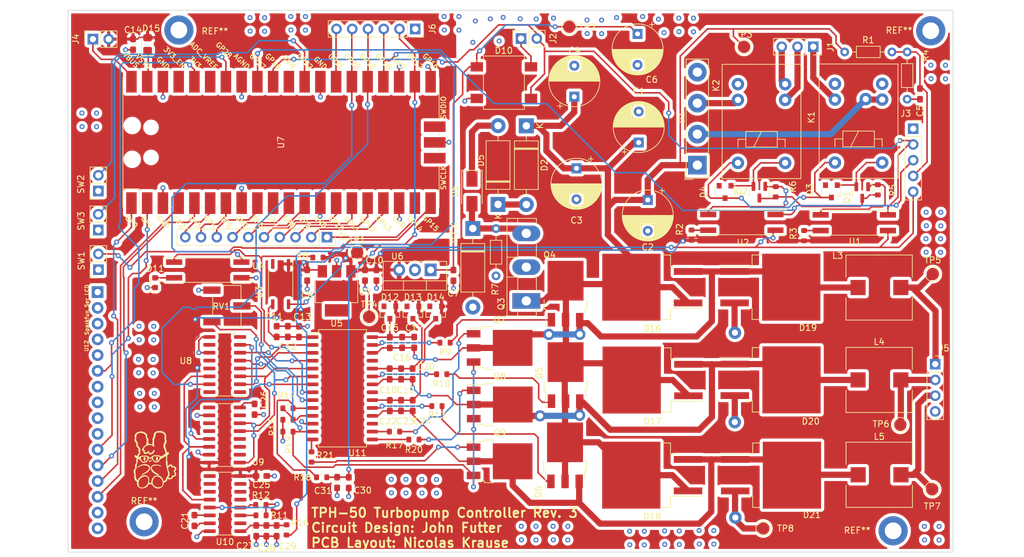
<source format=kicad_pcb>
(kicad_pcb (version 20211014) (generator pcbnew)
  (layers (0 "F.Cu" signal) (1 "In1.Cu" power "GND") (2 "In2.Cu" power "GNDb") (31 "B.Cu" signal) (34 "B.Paste" user) (35 "F.Paste" user) (36 "B.SilkS" user "B.Silkscreen") (37 "F.SilkS" user "F.Silkscreen") (38 "B.Mask" user) (39 "F.Mask" user) (44 "Edge.Cuts" user))
  (net 0 "")
  (net 1 "Net-(C5-Pad1)")
  (net 2 "GND")
  (net 3 "Net-(C6-Pad1)")
  (net 4 "+5V")
  (net 5 "+15V")
  (net 6 "Net-(C11-Pad1)")
  (net 7 "Net-(C15-Pad1)")
  (net 8 "Net-(C15-Pad2)")
  (net 9 "Net-(C18-Pad1)")
  (net 10 "Net-(C18-Pad2)")
  (net 11 "Net-(C21-Pad1)")
  (net 12 "Net-(C21-Pad2)")
  (net 13 "Net-(C22-Pad1)")
  (net 14 "Net-(C22-Pad2)")
  (net 15 "Net-(C26-Pad1)")
  (net 16 "Net-(C27-Pad1)")
  (net 17 "Net-(C30-Pad1)")
  (net 18 "Net-(C1-Pad1)")
  (net 19 "Net-(D2-Pad2)")
  (net 20 "Net-(D3-Pad2)")
  (net 21 "Net-(D4-Pad2)")
  (net 22 "Net-(D5-Pad2)")
  (net 23 "Net-(D6-Pad2)")
  (net 24 "Net-(D11-Pad2)")
  (net 25 "Net-(D15-Pad1)")
  (net 26 "Net-(J1-Pad1)")
  (net 27 "Net-(J1-Pad2)")
  (net 28 "Net-(J1-Pad3)")
  (net 29 "Net-(D10-Pad4)")
  (net 30 "Net-(D10-Pad3)")
  (net 31 "Net-(J3-Pad3)")
  (net 32 "Net-(J4-Pad1)")
  (net 33 "Net-(J6-Pad3)")
  (net 34 "Net-(J6-Pad4)")
  (net 35 "Net-(J6-Pad5)")
  (net 36 "Net-(J6-Pad6)")
  (net 37 "Net-(J7-Pad1)")
  (net 38 "Net-(J7-Pad2)")
  (net 39 "Net-(J7-Pad3)")
  (net 40 "Net-(J7-Pad4)")
  (net 41 "Net-(J7-Pad5)")
  (net 42 "Net-(J7-Pad6)")
  (net 43 "Net-(J7-Pad7)")
  (net 44 "Net-(J7-Pad8)")
  (net 45 "Net-(J7-Pad9)")
  (net 46 "Net-(J7-Pad10)")
  (net 47 "Net-(D1-Pad2)")
  (net 49 "Net-(D1-Pad3)")
  (net 50 "Net-(Q1-Pad1)")
  (net 51 "Net-(Q1-Pad3)")
  (net 52 "Net-(Q2-Pad1)")
  (net 53 "Net-(R3-Pad2)")
  (net 54 "Net-(R2-Pad2)")
  (net 56 "Net-(R8-Pad1)")
  (net 57 "Net-(U12-Pad13)")
  (net 58 "Net-(U12-Pad11)")
  (net 59 "Net-(U12-Pad14)")
  (net 60 "Net-(U12-Pad12)")
  (net 62 "Net-(SW1-Pad2)")
  (net 63 "Net-(SW2-Pad2)")
  (net 65 "Net-(SW3-Pad2)")
  (net 67 "Net-(U12-Pad6)")
  (net 71 "Net-(U11-Pad2)")
  (net 72 "Net-(U11-Pad5)")
  (net 73 "Net-(U11-Pad3)")
  (net 74 "Net-(U11-Pad6)")
  (net 75 "Net-(U11-Pad4)")
  (net 76 "Net-(U11-Pad7)")
  (net 79 "Net-(U10-Pad4)")
  (net 90 "Net-(R11-Pad2)")
  (net 92 "Net-(R11-Pad1)")
  (net 93 "Net-(R12-Pad1)")
  (net 97 "Net-(RV1-Pad2)")
  (net 98 "Net-(R14-Pad2)")
  (net 99 "Net-(R14-Pad1)")
  (net 100 "Net-(Q7-Pad3)")
  (net 101 "Net-(R21-Pad2)")
  (net 102 "Net-(R20-Pad2)")
  (net 103 "Net-(R17-Pad2)")
  (net 105 "Net-(R13-Pad2)")
  (net 107 "Net-(R10-Pad2)")
  (net 109 "Net-(R9-Pad2)")
  (net 120 "Net-(Q4-Pad1)")
  (net 121 "Net-(Q5-Pad1)")
  (net 122 "Net-(Q6-Pad1)")
  (net 123 "Net-(Q7-Pad1)")
  (net 124 "Net-(Q8-Pad1)")
  (net 125 "Net-(Q9-Pad1)")
  (net 126 "Net-(C5-Pad2)")
  (net 127 "Net-(D3-Pad1)")
  (net 128 "Net-(J5-Pad1)")
  (net 129 "Net-(J5-Pad2)")
  (net 130 "Net-(J5-Pad3)")
  (footprint "Connector_PinSocket_2.54mm:PinSocket_1x02_P2.54mm_Vertical" (layer "F.Cu") (at 97.775 95.17 180)
    (fp_text reference "SW1")
    (fp_text value "SW_SPST")
  )
  (footprint "Package_TO_SOT_SMD:TO-263-2" (layer "F.Cu") (at 206.165 97.99)
    (fp_text reference "D19")
    (fp_text value "HFA04TB60")
  )
  (footprint "MountingHole:MountingHole_2.7mm_M2.5_DIN965_Pad" (layer "F.Cu") (at 232.03 56.63)
    (fp_text reference "REF**")
    (fp_text value "MountingHole_2.7mm_M2.5_DIN965_Pad")
  )
  (footprint "TpumpLib:Vishay_LSOP-4_4_P" (layer "F.Cu") (at 219.83 87.59 180)
    (fp_text reference "U1")
    (fp_text value "SFH617A-1")
  )
  (footprint "TestPoint:TestPoint_Pad_D2.0mm" (layer "F.Cu") (at 232.27 130.59)
    (fp_text reference "TP7")
    (fp_text value "TestPoint")
  )
  (footprint "Resistor_THT:R_Axial_DIN0204_L3.6mm_D1.6mm_P7.62mm_Horizontal" (layer "F.Cu") (at 218.15 60.05)
    (fp_text reference "R1")
    (fp_text value "150K")
  )
  (footprint "Resistor_SMD:R_0603_1608Metric" (layer "F.Cu") (at 153.15 112.03 180)
    (fp_text reference "R10")
    (fp_text value "33")
  )
  (footprint "Diode_SMD:Diode_Bridge_Vishay_DFSFlat" (layer "F.Cu") (at 163.18 65)
    (fp_text reference "D10")
    (fp_text value "D_Bridge_+-AA")
  )
  (footprint "Resistor_SMD:R_0603_1608Metric" (layer "F.Cu") (at 133.18 93.21)
    (fp_text reference "R8")
    (fp_text value "4.7K")
  )
  (footprint "Connector_PinSocket_2.54mm:PinSocket_1x03_P2.54mm_Vertical" (layer "F.Cu") (at 213.085 59.205 -90)
    (fp_text reference "J1")
    (fp_text value "Conn_01x03")
  )
  (footprint "Package_TO_SOT_SMD:TO-252-3_TabPin2" (layer "F.Cu") (at 162.515 116.915)
    (fp_text reference "Q8")
    (fp_text value "IRG4PF50W")
  )
  (footprint "Capacitor_SMD:C_0603_1608Metric_Pad1.08x0.95mm_HandSolder" (layer "F.Cu") (at 136.28 129.5 -90)
    (fp_text reference "C31")
    (fp_text value "4.7u")
  )
  (footprint "TestPoint:TestPoint_Pad_D2.0mm" (layer "F.Cu") (at 141.44 102.78)
    (fp_text reference "TP4")
    (fp_text value "TestPoint")
  )
  (footprint "Capacitor_SMD:C_0603_1608Metric_Pad1.08x0.95mm_HandSolder" (layer "F.Cu") (at 148.45 111.98 -90)
    (fp_text reference "C20")
    (fp_text value "4.7u")
  )
  (footprint "Resistor_SMD:R_0603_1608Metric" (layer "F.Cu") (at 207.03125 82.6025 -90)
    (fp_text reference "R6")
    (fp_text value "100K")
  )
  (footprint "Capacitor_SMD:C_0603_1608Metric_Pad1.08x0.95mm_HandSolder" (layer "F.Cu") (at 142.62 96.07 -90)
    (fp_text reference "C10")
    (fp_text value "4.7u")
  )
  (footprint "Capacitor_SMD:C_0603_1608Metric_Pad1.08x0.95mm_HandSolder" (layer "F.Cu") (at 144.78 117.094 -90)
    (fp_text reference "C22")
    (fp_text value "4.7u")
  )
  (footprint "MCU_RaspberryPi_and_Boards:RPi_Pico_SMD_TH" (layer "F.Cu") (at 127.23 74.64 90)
    (fp_text reference "U7")
    (fp_text value "Pico")
  )
  (footprint "Resistor_SMD:R_0603_1608Metric" (layer "F.Cu") (at 211.61 89.68 90)
    (fp_text reference "R3")
    (fp_text value "6.8K")
  )
  (footprint "Capacitor_SMD:C_0603_1608Metric_Pad1.08x0.95mm_HandSolder" (layer "F.Cu") (at 146.6 111.99 -90)
    (fp_text reference "C19")
    (fp_text value "4.7u")
  )
  (footprint "Diode_SMD:D_SOT-23_ANK" (layer "F.Cu") (at 144.79 102.08 -90)
    (fp_text reference "D12")
    (fp_text value "D")
  )
  (footprint "Resistor_SMD:R_0603_1608Metric" (layer "F.Cu") (at 193.45 89.6 90)
    (fp_text reference "R2")
    (fp_text value "6.8K")
  )
  (footprint "MountingHole:MountingHole_2.7mm_M2.5_DIN965_Pad" (layer "F.Cu") (at 110.75 56.51)
    (fp_text reference "REF**")
    (fp_text value "MountingHole_2.7mm_M2.5_DIN965_Pad")
  )
  (footprint "Connector_PinSocket_2.54mm:PinSocket_1x02_P2.54mm_Vertical" (layer "F.Cu") (at 96.89 57.979 90)
    (fp_text reference "J4")
    (fp_text value "Conn_01x02")
  )
  (footprint "Package_TO_SOT_THT:TO-220-3_Vertical" (layer "F.Cu") (at 151.37 95.205 180)
    (fp_text reference "U6")
    (fp_text value "LM7815_TO220")
  )
  (footprint "Capacitor_SMD:C_0603_1608Metric_Pad1.08x0.95mm_HandSolder" (layer "F.Cu") (at 113.26 135.63 -90)
    (fp_text reference "C21")
    (fp_text value "3.9n")
  )
  (footprint "TestPoint:TestPoint_Pad_D2.0mm" (layer "F.Cu") (at 139.51 92.39)
    (fp_text reference "TP1")
    (fp_text value "TestPoint")
  )
  (footprint "Resistor_SMD:R_0603_1608Metric" (layer "F.Cu") (at 223.5 82.29 -90)
    (fp_text reference "R5")
    (fp_text value "100K")
  )
  (footprint "Package_SO:SOIC-16_3.9x9.9mm_P1.27mm" (layer "F.Cu") (at 118.15 110.47 180)
    (fp_text reference "U8")
    (fp_text value "4049")
  )
  (footprint "Capacitor_SMD:C_0603_1608Metric_Pad1.08x0.95mm_HandSolder" (layer "F.Cu") (at 126.53 105.15 90)
    (fp_text reference "C11")
    (fp_text value "4.7u")
  )
  (footprint "Capacitor_THT:CP_Radial_D8.0mm_P5.00mm" (layer "F.Cu") (at 184.93 74.662651 90)
    (fp_text reference "C1")
    (fp_text value "330uF 100V")
  )
  (footprint "Resistor_SMD:R_0603_1608Metric" (layer "F.Cu") (at 148.67 122.57 180)
    (fp_text reference "R20")
    (fp_text value "33")
  )
  (footprint "Diode_THT:D_DO-15_P12.70mm_Horizontal" (layer "F.Cu") (at 166.8 71.96 -90)
    (fp_text reference "D2")
    (fp_text value "D_Schottky")
  )
  (footprint "Capacitor_SMD:C_0603_1608Metric_Pad1.08x0.95mm_HandSolder" (layer "F.Cu") (at 146.76 106.9 -90)
    (fp_text reference "C16")
    (fp_text value "4.7u")
  )
  (footprint "Package_TO_SOT_SMD:TO-252-3_TabPin2" (layer "F.Cu") (at 173.045 125.115 90)
    (fp_text reference "Q6")
    (fp_text value "IRG4PF50W")
  )
  (footprint "Resistor_SMD:R_0603_1608Metric" (layer "F.Cu") (at 132.15 125.38 90)
    (fp_text reference "R21")
    (fp_text value "33")
  )
  (footprint "Package_TO_SOT_SMD:TO-263-2" (layer "F.Cu") (at 187.106 128.314 180)
    (fp_text reference "D18")
    (fp_text value "HFA04TB60")
  )
  (footprint "Package_TO_SOT_SMD:SOT-23" (layer "F.Cu") (at 220.98 82.7255 -90)
    (fp_text reference "Q1")
    (fp_text value "Q_NPN_BCE")
  )
  (footprint "Resistor_SMD:R_0603_1608Metric" (layer "F.Cu") (at 145.54 121.29 180)
    (fp_text reference "R17")
    (fp_text value "33")
  )
  (footprint "Capacitor_SMD:C_0603_1608Metric_Pad1.08x0.95mm_HandSolder" (layer "F.Cu") (at 128.33 105.15 90)
    (fp_text reference "C12")
    (fp_text value "4.7u")
  )
  (footprint "Diode_SMD:D_0805_2012Metric_Pad1.15x1.40mm_HandSolder" (layer "F.Cu") (at 105.706 58.785 90)
    (fp_text reference "D15")
    (fp_text value "D_Schottky")
  )
  (footprint "Connector_PinSocket_2.54mm:PinSocket_1x06_P2.54mm_Vertical" (layer "F.Cu") (at 148.88 56.34 -90)
    (fp_text reference "J6")
    (fp_text value "Conn_01x06")
  )
  (footprint "TpumpLib:Fuzzy_Bunny_small" (layer "F.Cu") (at 106.55 125.88)
    (fp_text reference "G***")
    (fp_text value "LOGO" hide)
  )
  (footprint "Connector_PinSocket_2.54mm:PinSocket_1x02_P2.54mm_Vertical" (layer "F.Cu") (at 97.75 88.77 180)
    (fp_text reference "SW3")
    (fp_text value "SW_SPST")
  )
  (footprint "TestPoint:TestPoint_Pad_D2.0mm" (layer "F.Cu") (at 232.37 95.87)
    (fp_text reference "TP5")
    (fp_text value "TestPoint")
  )
  (footprint "Capacitor_SMD:C_0603_1608Metric_Pad1.08x0.95mm_HandSolder" (layer "F.Cu") (at 103.361 58.83175 -90)
    (fp_text reference "C14")
    (fp_text value "4.7u")
  )
  (footprint "TestPoint:TestPoint_Pad_D2.0mm" (layer "F.Cu") (at 173.73 55.98)
    (fp_text reference "TP2")
    (fp_text value "TestPoint")
  )
  (footprint "Resistor_SMD:R_0603_1608Metric" (layer "F.Cu") (at 152.38 117.17 180)
    (fp_text reference "R13")
    (fp_text value "33")
  )
  (footprint "Package_TO_SOT_SMD:TO-252-3_TabPin2" (layer "F.Cu") (at 173.135 112.175 90)
    (fp_text reference "Q5")
    (fp_text value "IRG4PF50W")
  )
  (footprint "Diode_SMD:D_SMA" (layer "F.Cu") (at 158.03 82.54 -90)
    (fp_text reference "D6")
    (fp_text value "D_Zener")
  )
  (footprint "Capacitor_SMD:C_0603_1608Metric_Pad1.08x0.95mm_HandSolder" (layer "F.Cu") (at 126.52 137.29 -90)
    (fp_text reference "C29")
    (fp_text value "4.7u")
  )
  (footprint "Connector_PinSocket_2.54mm:PinSocket_1x10_P2.54mm_Vertical" (layer "F.Cu") (at 134.65 89.925 -90)
    (fp_text reference "J7")
    (fp_text value "Conn_01x10")
  )
  (footprint "Package_TO_SOT_THT:TO-3P-3_Vertical" (layer "F.Cu") (at 166.795 100.21 90)
    (fp_text reference "Q3")
    (fp_text value "Q_NMOS_DSG")
  )
  (footprint "Connector_PinSocket_2.54mm:PinSocket_1x05_P2.54mm_Vertical" (layer "F.Cu") (at 229.205 72.43)
    (fp_text reference "J3")
    (fp_text value "Conn_01x05")
  )
  (footprint "Capacitor_SMD:C_0603_1608Metric_Pad1.08x0.95mm_HandSolder" (layer "F.Cu") (at 140.78 96.07 -90)
    (fp_text reference "C9")
    (fp_text value "4.7u")
  )
  (footprint "Resistor_SMD:R_0603_1608Metric" (layer "F.Cu") (at 123.98 133.11)
    (fp_text reference "R12")
    (fp_text value "1M")
  )
  (footprint "Capacitor_SMD:C_0603_1608Metric_Pad1.08x0.95mm_HandSolder" (layer "F.Cu") (at 130.13 105.17 90)
    (fp_text reference "C13")
    (fp_text value "4.7u")
  )
  (footprint "Capacitor_SMD:C_0603_1608Metric_Pad1.08x0.95mm_HandSolder" (layer "F.Cu") (at 124.0625 128.44 180)
    (fp_text reference "C25")
    (fp_text value "4.7u")
  )
  (footprint "Resistor_SMD:R_0603_1608Metric" (layer "F.Cu") (at 124.01 134.79)
    (fp_text reference "R11")
    (fp_text value "22K")
  )
  (footprint "Capacitor_SMD:C_0603_1608Metric_Pad1.08x0.95mm_HandSolder" (layer "F.Cu") (at 146.59 117.09 -90)
    (fp_text reference "C23")
    (fp_text value "4.7u")
  )
  (footprint "Package_TO_SOT_SMD:TO-263-2" (layer "F.Cu") (at 206.27 128.315)
    (fp_text reference "D21")
    (fp_text value "HFA04TB60")
  )
  (footprint "Package_SO:SOIC-16_3.9x9.9mm_P1.27mm" (layer "F.Cu") (at 118.2 132.9)
    (fp_text reference "U10")
    (fp_text value "4046")
  )
  (footprint "Diode_SMD:D_SOT-23_ANK" (layer "F.Cu") (at 216.01 82.53 -90)
    (fp_text reference "D3")
    (fp_text value "D")
  )
  (footprint "Resistor_THT:R_Axial_DIN0204_L3.6mm_D1.6mm_P7.62mm_Horizontal" (layer "F.Cu") (at 228.23 60.05 -90)
    (fp_text reference "R4")
    (fp_text value "10K")
  )
  (footprint "Capacitor_SMD:C_0603_1608Metric_Pad1.08x0.95mm_HandSolder" (layer "F.Cu") (at 144.76 111.99 -90)
    (fp_text reference "C18")
    (fp_text value "4.7u")
  )
  (footprint "Connector_PinSocket_2.54mm:PinSocket_1x02_P2.54mm_Vertical" (layer "F.Cu") (at 97.765 82.48 180)
    (fp_text reference "SW2")
    (fp_text value "SW_SPST")
  )
  (footprint "Capacitor_SMD:C_0603_1608Metric_Pad1.08x0.95mm_HandSolder" (layer "F.Cu") (at 144.78 106.92 -90)
    (fp_text reference "C15")
    (fp_text value "4.7u")
  )
  (footprint "Diode_SMD:D_SOT-23_ANK" (layer "F.Cu") (at 148.5 102.09 -90)
    (fp_text reference "D13")
    (fp_text value "D")
  )
  (footprint "Connector_PinSocket_2.54mm:PinSocket_1x02_P2.54mm_Vertical" (layer "F.Cu") (at 165.95 57.885 90)
    (fp_text reference "J2")
    (fp_text value "Conn_01x02")
  )
  (footprint "Capacitor_SMD:C_0603_1608Metric_Pad1.08x0.95mm_HandSolder" (layer "F.Cu") (at 155.04 96.09 -90)
    (fp_text reference "C7")
    (fp_text value "4.7u")
  )
  (footprint "Package_TO_SOT_SMD:TO-252-3_TabPin2" (layer "F.Cu") (at 173.125 99.045 90)
    (fp_text reference "Q4")
    (fp_text value "IRG4PF50W")
  )
  (footprint "TpumpLib:L_Sumida_T150" (layer "F.Cu") (at 223.71 98.05)
    (fp_text reference "L3")
    (fp_text value "3.9uH")
  )
  (footprint "Capacitor_THT:CP_Radial_D8.0mm_P5.00mm" (layer "F.Cu") (at 174.54 67.262651 90)
    (fp_text reference "C4")
    (fp_text value "330uF 100V")
  )
  (footprint "Diode_SMD:D_SOT-23_ANK" (layer "F.Cu") (at 198.86 82.63 -90)
    (fp_text reference "D4")
    (fp_text value "D")
  )
  (footprint "Sparkfun_Displays:LCD-16X2" (layer "F.Cu") (at 82.15092 130.78892 -90)
    (fp_text reference "U12")
    (fp_text value "Sparkfun_Ser_LCD")
  )
  (footprint "Resistor_SMD:R_0603_1608Metric" (layer "F.Cu") (at 133.785 128.65)
    (fp_text reference "R18")
    (fp_text value "10K")
  )
  (footprint "MountingHole:MountingHole_2.7mm_M2.5_DIN965_Pad" (layer "F.Cu") (at 105.15 135.83)
    (fp_text reference "REF**")
    (fp_text value "MountingHole_2.7mm_M2.5_DIN965_Pad")
  )
  (footprint "TpumpLib:Relay_SPDT_J102_CitRelay_RM3.5mm" (layer "F.Cu") (at 216.58 77.89 90)
    (fp_text reference "K1")
    (fp_text value "RT314A03")
  )
  (footprint "TestPoint:TestPoint_Pad_D2.0mm" (layer "F.Cu") (at 201.92 59.23)
    (fp_text reference "TP3")
    (fp_text value "TestPoint")
  )
  (footprint "Resistor_THT:R_Axial_DIN0204_L3.6mm_D1.6mm_P7.62mm_Horizontal" (layer "F.Cu") (at 161.91 88.54 -90)
    (fp_text reference "R7")
    (fp_text value "10K")
  )
  (footprint "LED_SMD:LED_0603_1608Metric" (layer "F.Cu") (at 106.92 97.27 90)
    (fp_text reference "D11")
    (fp_text value "LED")
  )
  (footprint "Capacitor_THT:CP_Radial_D8.0mm_P5.00mm" (layer "F.Cu") (at 186.39 83.917349 -90)
    (fp_text reference "C2")
    (fp_text value "330uF 100V")
  )
  (footprint "Diode_THT:D_DO-15_P12.70mm_Horizontal" (layer "F.Cu") (at 158.17 88.52 -90)
    (fp_text reference "D7")
    (fp_text value "D_Schottky")
  )
  (footprint "Capacitor_THT:CP_Radial_D8.0mm_P5.00mm" (layer "F.Cu") (at 184.74 57.137349 -90)
    (fp_text reference "C6")
    (fp_text value "CP1")
  )
  (footprint "Capacitor_SMD:C_0603_1608Metric_Pad1.08x0.95mm_HandSolder" (layer "F.Cu") (at 148.71 106.9 -90)
    (fp_text reference "C17")
    (fp_text value "4.7u")
  )
  (footprint "Package_TO_SOT_SMD:SOT-223" (layer "F.Cu") (at 136.2 98.58 -90)
    (fp_text reference "U5")
    (fp_text value "LM7805_TO220")
  )
  (footprint "TpumpLib:Vishay_LSOP-4_4_P" (layer "F.Cu") (at 115.29 95.21)
    (fp_text reference "U4")
    (fp_text value "SFH617A-1")
  )
  (footprint "MountingHole:MountingHole_2.7mm_M2.5_DIN965_Pad" (layer "F.Cu") (at 225.97 137.29)
    (fp_text reference "REF**")
    (fp_text value "MountingHole_2.7mm_M2.5_DIN965_Pad")
  )
  (footprint "TestPoint:TestPoint_Pad_D2.0mm" (layer "F.Cu") (at 205.02 136.91)
    (fp_text reference "TP8")
    (fp_text value "TestPoint")
  )
  (footprint "Resistor_SMD:R_0603_1608Metric" (layer "F.Cu") (at 128.35 119.375 180)
    (fp_text reference "R15")
    (fp_text value "1K")
  )
  (footprint "TpumpLib:L_Sumida_T150" (layer "F.Cu") (at 223.71 112.95)
    (fp_text reference "L4")
    (fp_text value "3.9uH")
  )
  (footprint "Capacitor_THT:CP_Radial_D8.0mm_P5.00mm" (layer "F.Cu") (at 174.89 78.817349 -90)
    (fp_text reference "C3")
    (fp_text value "330uF 100V")
  )
  (footprint "Package_TO_SOT_SMD:TO-263-2" (layer "F.Cu") (at 187.12 97.995 180)
    (fp_text reference "D16")
    (fp_text value "HFA04TB60")
  )
  (footprint "Package_SO:SOIC-28W_7.5x18.7mm_P1.27mm" (layer "F.Cu") (at 137.16 114.3)
    (fp_text reference "U11")
    (fp_text value "IR2130")
  )
  (footprint "Capacitor_SMD:C_0603_1608Metric_Pad1.08x0.95mm_HandSolder" (layer "F.Cu") (at 124.87 137.29 -90)
    (fp_text reference "C28")
    (fp_text value "4.7u")
  )
  (footprint "Resistor_SMD:R_0603_1608Metric" (layer "F.Cu") (at 128.35 121.3 180)
    (fp_text reference "R19")
    (fp_text value "Sense")
  )
  (footprint "Diode_THT:D_DO-15_P12.70mm_Horizontal" (layer "F.Cu") (at 162.24 84.64 90)
    (fp_text reference "D5")
    (fp_text value "D_Schottky")
  )
  (footprint "Resistor_SMD:R_0603_1608Metric" (layer "F.Cu") (at 128.35 117.525)
    (fp_text reference "R14")
    (fp_text value "9.1K")
  )
  (footprint "TestPoint:TestPoint_Pad_D2.0mm" (layer "F.Cu") (at 227.13 120.19)
    (fp_text reference "TP6")
    (fp_text value "TestPoint")
  )
  (footprint "Capacitor_SMD:C_0603_1608Metric_Pad1.08x0.95mm_HandSolder" (layer "F.Cu") (at 131.45 96.07 -90)
    (fp_text reference "C8")
    (fp_text value "4.7u")
  )
  (footprint "Connector_PinSocket_2.54mm:PinSocket_1x04_P2.54mm_Vertical" (layer "F.Cu") (at 232.755 110.41)
    (fp_text reference "J5")
    (fp_text value "Conn_01x04")
  )
  (footprint "Capacitor_SMD:C_0603_1608Metric_Pad1.08x0.95mm_HandSolder" (layer "F.Cu") (at 138.16 129.52 -90)
    (fp_text reference "C30")
    (fp_text value "4.7u")
  )
  (footprint "TpumpLib:Relay_SPDT_J102_CitRelay_RM3.5mm" (layer "F.Cu") (at 200.93 77.94 90)
    (fp_text reference "K2")
    (fp_text value "RT314A03")
  )
  (footprint "Package_TO_SOT_SMD:TO-252-3_TabPin2" (layer "F.Cu") (at 162.495 126.075)
    (fp_text reference "Q9")
    (fp_text value "IRG4PF50W")
  )
  (footprint "Package_TO_SOT_SMD:TO-252-3_TabPin2" (layer "F.Cu") (at 162.495 107.785)
    (fp_text reference "Q7")
    (fp_text value "IRG4PF50W")
  )
  (footprint "TpumpLib:Vishay_LSOP-4_4_P" (layer "F.Cu") (at 201.69 87.53 180)
    (fp_text reference "U2")
    (fp_text value "SFH617A-1")
  )
  (footprint "Potentiometer_SMD:Potentiometer_Bourns_3269W_Vertical" (layer "F.Cu") (at 118.5 101.01 90)
    (fp_text reference "RV1")
    (fp_text value "1K")
  )
  (footprint "Package_TO_SOT_SMD:TO-263-2" (layer "F.Cu") (at 187.172 112.97 180)
    (fp_text reference "D17")
    (fp_text value "HFA04TB60")
  )
  (footprint "Resistor_SMD:R_0603_1608Metric" (layer "F.Cu") (at 153.69 106.95 180)
    (fp_text reference "R9")
    (fp_text value "33")
  )
  (footprint "Diode_THT:Diode_Bridge_19.0x3.5x10.0mm_P5.0mm" (layer "F.Cu") (at 194.3875 78.3075 90)
    (fp_text reference "D1")
    (fp_text value "D_Bridge_+-AA")
  )
  (footprint "Capacitor_SMD:C_0603_1608Metric_Pad1.08x0.95mm_HandSolder" (layer "F.Cu") (at 123.23 137.29 -90)
    (fp_text reference "C27")
    (fp_text value "4.7u")
  )
  (footprint "Diode_SMD:D_SOT-23_ANK" (layer "F.Cu") (at 152.18 102.08 -90)
    (fp_text reference "D14")
    (fp_text value "D")
  )
  (footprint "Package_SO:SOIC-16_3.9x9.9mm_P1.27mm" (layer "F.Cu") (at 118.11 121.84 180)
    (fp_text reference "U9")
    (fp_text value "4018")
  )
  (footprint "Package_SO:SOIC-4_4.55x3.7mm_P2.54mm" (layer "F.Cu") (at 127.17 97.49 -90)
    (fp_text reference "U3")
    (fp_text value "CNY17-3")
  )
  (footprint "Capacitor_SMD:C_0603_1608Metric_Pad1.08x0.95mm_HandSolder" (layer "F.Cu") (at 122.97 117.68 -90)
    (fp_text reference "C26")
    (fp_text value "4.7u")
  )
  (footprint "Capacitor_SMD:C_0603_1608Metric_Pad1.08x0.95mm_HandSolder" (layer "F.Cu") (at 230.3 66.81 -90)
    (fp_text reference "C5")
    (fp_text value "0.1u")
  )
  (footprint "Package_TO_SOT_SMD:SOT-23" (layer "F.Cu") (at 204.39 82.67 -90)
    (fp_text reference "Q2")
    (fp_text value "Q_NPN_BCE")
  )
  (footprint "Capacitor_SMD:C_0603_1608Metric_Pad1.08x0.95mm_HandSolder" (layer "F.Cu") (at 148.47 117.09 -90)
    (fp_text reference "C24")
    (fp_text value "4.7u")
  )
  (footprint "TpumpLib:L_Sumida_T150" (layer "F.Cu") (at 223.73 128.25)
    (fp_text reference "L5")
    (fp_text value "3.9uH")
  )
  (footprint "Package_TO_SOT_SMD:TO-263-2" (layer "F.Cu") (at 206.2 112.94)
    (fp_text reference "D20")
    (fp_text value "HFA04TB60")
  )
  (footprint "Resistor_SMD:R_0603_1608Metric" (layer "F.Cu") (at 128.12 137.14 -90)
    (fp_text reference "R16")
    (fp_text value "470K")
  )
  (gr_rect (start 92.87 53.32) (end 235.62 140.72) (layer "Edge.Cuts") (width 0.1) (fill none))
  (gr_text "TPH-50 Turbopump Controller Rev. 3\nCircuit Design: John Futter\nPCB Layout: Nicolas Krause" (at 131.93 136.8) (layer "F.SilkS") (effects (font (size 1.5 1.5) (thickness 0.3)) (justify left)))
  (segment (start 230.3 60.68) (end 230.3 65.9475) (width 0.25) (layer "F.Cu") (net 1))
  (segment (start 230.7775 65.9475) (end 231.44 66.61) (width 0.25) (layer "F.Cu") (net 1))
  (segment (start 225.77 60.05) (end 228.23 60.05) (width 0.25) (layer "F.Cu") (net 1))
  (segment (start 231.44 66.61) (end 231.44 77.815) (width 0.25) (layer "F.Cu") (net 1))
  (segment (start 228.23 60.05) (end 229.67 60.05) (width 0.25) (layer "F.Cu") (net 1))
  (segment (start 229.67 60.05) (end 230.3 60.68) (width 0.25) (layer "F.Cu") (net 1))
  (segment (start 230.3 65.9475) (end 230.7775 65.9475) (width 0.25) (layer "F.Cu") (net 1))
  (segment (start 231.44 77.815) (end 229.205 80.05) (width 0.25) (layer "F.Cu") (net 1))
  (segment (start 200.52 135.15) (end 200.52 135.53) (width 1) (layer "F.Cu") (net 2))
  (segment (start 154.2855 74.64) (end 154.3155 74.61) (width 0.25) (layer "F.Cu") (net 2))
  (segment (start 130.78 119.82) (end 130.62 119.66) (width 0.25) (layer "F.Cu") (net 2))
  (segment (start 136.28 130.3625) (end 136.28 131.62) (width 0.25) (layer "F.Cu") (net 2))
  (segment (start 200.47 135.1) (end 200.47 130.88) (width 1) (layer "F.Cu") (net 2))
  (segment (start 113.9745 106.5755) (end 113.9745 108.56) (width 0.25) (layer "F.Cu") (net 2))
  (segment (start 146.28 65.75) (end 146.28 62.46) (width 0.25) (layer "F.Cu") (net 2))
  (segment (start 158.81 67.55) (end 157.3 67.55) (width 0.25) (layer "F.Cu") (net 2))
  (segment (start 133.51 86.6) (end 133.51 86.58694) (width 0.25) (layer "F.Cu") (net 2))
  (segment (start 120.88 65.75) (end 120.88 67.3) (width 0.25) (layer "F.Cu") (net 2))
  (segment (start 113.87 124.6) (end 113.84 124.57) (width 0.25) (layer "F.Cu") (net 2))
  (segment (start 126.53 104.2875) (end 128.33 104.2875) (width 0.25) (layer "F.Cu") (net 2))
  (segment (start 131.5 104.3) (end 131.4925 104.3075) (width 0.25) (layer "F.Cu") (net 2))
  (segment (start 124.87 138.1525) (end 123.23 138.1525) (width 0.25) (layer "F.Cu") (net 2))
  (segment (start 127.525 121.3) (end 127.525 122.805) (width 0.25) (layer "F.Cu") (net 2))
  (segment (start 114.18 108.56) (end 113.9745 108.56) (width 0.25) (layer "F.Cu") (net 2))
  (segment (start 136.2 93.95) (end 136.27 93.88) (width 0.25) (layer "F.Cu") (net 2))
  (segment (start 131.4925 104.3075) (end 130.13 104.3075) (width 0.25) (layer "F.Cu") (net 2))
  (segment (start 127.525 122.805) (end 127.52 122.81) (width 0.25) (layer "F.Cu") (net 2))
  (segment (start 131.45 96.9325) (end 131.45 98.31) (width 0.25) (layer "F.Cu") (net 2))
  (segment (start 138.14 131.61) (end 138.14 131.76) (width 0.25) (layer "F.Cu") (net 2))
  (segment (start 124.41 118.54) (end 123.8 118.54) (width 0.25) (layer "F.Cu") (net 2))
  (segment (start 200.425 115.48) (end 200.425 119.845) (width 1) (layer "F.Cu") (net 2))
  (segment (start 133.58 65.75) (end 133.58 67.29) (width 0.25) (layer "F.Cu") (net 2))
  (segment (start 123.8 118.54) (end 123.7975 118.5425) (width 0.25) (layer "F.Cu") (net 2))
  (segment (start 200.39 100.53) (end 200.39 105.28) (width 1) (layer "F.Cu") (net 2))
  (segment (start 151.36 62.85) (end 150.91 62.4) (width 0.25) (layer "F.Cu") (net 2))
  (segment (start 146.28 83.53) (end 146.28 86.93) (width 0.25) (layer "F.Cu") (net 2))
  (segment (start 142.62 96.9325) (end 142.62 98.15) (width 0.25) (layer "F.Cu") (net 2))
  (segment (start 151.36 65.75) (end 151.36 62.85) (width 0.25) (layer "F.Cu") (net 2))
  (segment (start 140.78 98.27) (end 140.79 98.28) (width 0.25) (layer "F.Cu") (net 2))
  (segment (start 114.185 108.565) (end 114.18 108.56) (width 0.25) (layer "F.Cu") (net 2))
  (segment (start 130.62 119.66) (end 130.55 119.66) (width 0.25) (layer "F.Cu") (net 2))
  (segment (start 114.285 125.015) (end 113.87 124.6) (width 0.25) (layer "F.Cu") (net 2))
  (segment (start 200.41 117.45) (end 200.42 117.44) (width 0.25) (layer "F.Cu") (net 2))
  (segment (start 126.52 139.5) (end 126.52 138.1525) (width 0.25) (layer "F.Cu") (net 2))
  (segment (start 133.51 86.58694) (end 133.54 86.55694) (width 0.25) (layer "F.Cu") (net 2))
  (segment (start 102.16425 59.69425) (end 103.361 59.69425) (width 0.25) (layer "F.Cu") (net 2))
  (segment (start 155.04 96.9525) (end 155.04 98.18) (width 0.25) (layer "F.Cu") (net 2))
  (segment (start 105.6525 98.0575) (end 106.92 98.0575) (width 0.25) (layer "F.Cu") (net 2))
  (segment (start 142.62 98.15) (end 142.63 98.16) (width 0.25) (layer "F.Cu") (net 2))
  (segment (start 127.525 119.375) (end 127.525 121.3) (width 0.25) (layer "F.Cu") (net 2))
  (segment (start 146.28 62.46) (end 146.3 62.44) (width 0.25) (layer "F.Cu") (net 2))
  (segment (start 115.675 106.025) (end 114.525 106.025) (width 0.25) (layer "F.Cu") (net 2))
  (segment (start 146.28 86.93) (end 146.36 87.01) (width 0.25) (layer "F.Cu") (net 2))
  (segment (start 124.87 138.1525) (end 124.87 139.47) (width 0.25) (layer "F.Cu") (net 2))
  (segment (start 115.635 118.665) (end 113.885 118.665) (width 0.25) (layer "F.Cu") (net 2))
  (segment (start 133.58 83.53) (end 133.58 86.53) (width 0.25) (layer "F.Cu") (net 2))
  (segment (start 115.675 108.565) (end 114.185 108.565) (width 0.25) (layer "F.Cu") (net 2))
  (segment (start 136.2 93.95) (end 136.2 93.67) (width 0.25) (layer "F.Cu") (net 2))
  (segment (start 201.9 136.91) (end 205.02 136.91) (width 1) (layer "F.Cu") (net 2))
  (segment (start 113.71 118.66) (end 113.7 118.67) (width 0.25) (layer "F.Cu") (net 2))
  (segment (start 138.16 131.59) (end 138.14 131.61) (width 0.25) (layer "F.Cu") (net 2))
  (segment (start 114.525 106.025) (end 113.9745 106.5755) (width 0.25) (layer "F.Cu") (net 2))
  (segment (start 130.13 104.3075) (end 128.35 104.3075) (width 0.25) (layer "F.Cu") (net 2))
  (segment (start 200.39 105.28) (end 200.45 105.34) (width 1) (layer "F.Cu") (net 2))
  (segment (start 132.36 120.015) (end 130.975 120.015) (width 0.25) (layer "F.Cu") (net 2))
  (segment (start 128.35 104.3075) (end 128.33 104.2875) (width 0.25) (layer "F.Cu") (net 2))
  (segment (start 124.925 128.44) (end 126.17 128.44) (width 0.25) (layer "F.Cu") (net 2))
  (segment (start 120.88 83.53) (end 120.88 82.03) (width 0.25) (layer "F.Cu") (net 2))
  (segment (start 200.47 130.88) (end 200.495 130.855) (width 1) (layer "F.Cu") (net 2))
  (segment (start 123.23 138.1525) (end 123.23 139.5) (width 0.25) (layer "F.Cu") (net 2))
  (segment (start 133.58 86.53) (end 133.51 86.6) (width 0.25) (layer "F.Cu") (net 2))
  (segment (start 108.18 83.53) (end 108.18 81.97) (width 0.25) (layer "F.Cu") (net 2))
  (segment (start 124.87 139.47) (end 124.88 139.48) (width 0.25) (layer "F.Cu") (net 2))
  (segment (start 108.18 65.75) (end 108.18 67.34) (width 0.25) (layer "F.Cu") (net 2))
  (segment (start 157.3 67.55) (end 156.87 67.98) (width 0.25) (layer "F.Cu") (net 2))
  (segment (start 136.2 95.43) (end 136.2 93.95) (width 0.25) (layer "F.Cu") (net 2))
  (segment (start 120.84 96.48) (end 123.21 96.48) (width 0.25) (layer "F.Cu") (net 2))
  (segment (start 113.94 98.47) (end 116.085 98.47) (width 0.25) (layer "F.Cu") (net 2))
  (segment (start 113.885 118.665) (end 113.88 118.66) (width 0.25) (layer "F.Cu") (net 2))
  (segment (start 140.79 98.28) (end 141.44 98.93) (width 0.25) (layer "F.Cu") (net 2))
  (segment (start 138.16 130.3825) (end 138.16 131.59) (width 0.25) (layer "F.Cu") (net 2))
  (segment (start 105.65 98.06) (end 105.6525 98.0575) (width 0.25) (layer "F.Cu") (net 2))
  (segment (start 200.52 135.53) (end 201.9 136.91) (width 1) (layer "F.Cu") (net 2))
  (segment (start 114.545 137.345) (end 113.64 138.25) (width 0.25) (layer "F.Cu") (net 2))
  (segment (start 102.16 59.69) (end 102.16425 59.69425) (width 0.25) (layer "F.Cu") (net 2))
  (segment (start 200.425 119.845) (end 200.41 119.86) (width 1) (layer "F.Cu") (net 2))
  (segment (start 115.725 137.345) (end 114.545 137.345) (width 0.25) (layer "F.Cu") (net 2))
  (segment (start 113.88 118.66) (end 113.71 118.66) (width 0.25) (layer "F.Cu") (net 2))
  (segment (start 200.52 135.15) (end 200.47 135.1) (width 1) (layer "F.Cu") (net 2))
  (segment (start 151.13 74.64) (end 154.2855 74.64) (width 0.25) (layer "F.Cu") (net 2))
  (segment (start 130.975 120.015) (end 130.78 119.82) (width 0.25) (layer "F.Cu") (net 2))
  (segment (start 200.41 119.86) (end 200.41 117.45) (width 0.25) (layer "F.Cu") (net 2))
  (segment (start 123.7975 118.5425) (end 122.97 118.5425) (width 0.25) (layer "F.Cu") (net 2))
  (segment (start 115.635 125.015) (end 114.285 125.015) (width 0.25) (layer "F.Cu") (net 2))
  (segment (start 126.52 138.1525) (end 124.87 138.1525) (width 0.25) (layer "F.Cu") (net 2))
  (segment (start 123.21 96.48) (end 123.22 96.49) (width 0.25) (layer "F.Cu") (net 2))
  (segment (start 141.44 98.93) (end 141.44 102.78) (width 0.25) (layer "F.Cu") (net 2))
  (segment (start 136.2 93.67) (end 136.22 93.65) (width 0.25) (layer "F.Cu") (net 2))
  (segment (start 140.78 96.9325) (end 140.78 98.27) (width 0.25) (layer "F.Cu") (net 2))
  (segment (start 155.04 98.18) (end 155.06 98.2) (width 0.25) (layer "F.Cu") (net 2))
  (via (at 191.39 54.59) (size 0.8) (drill 0.4) (layers "F.Cu" "B.Cu") (net 2))
  (via (at 191.42 56.77) (size 0.8) (drill 0.4) (layers "F.Cu" "B.Cu") (net 2))
  (via (at 146.3 62.44) (size 0.8) (drill 0.4) (layers "F.Cu" "B.Cu") (net 2))
  (via (at 233.66 85.91) (size 0.8) (drill 0.4) (layers "F.Cu" "B.Cu") (net 2))
  (via (at 233.66 88.1) (size 0.8) (drill 0.4) (layers "F.Cu" "B.Cu") (net 2))
  (via (at 231.01 136.57) (size 0.8) (drill 0.4) (layers "F.Cu" "B.Cu") (net 2))
  (via (at 138.14 131.76) (size 0.8) (drill 0.4) (layers "F.Cu" "B.Cu") (net 2))
  (via (at 113.94 98.47) (size 0.8) (drill 0.4) (layers "F.Cu" "B.Cu") (net 2))
  (via (at 189.1 137.3) (size 0.8) (drill 0.4) (layers "F.Cu" "B.Cu") (net 2))
  (via (at 131.5 104.3) (size 0.8) (drill 0.4) (layers "F.Cu" "B.Cu") (net 2))
  (via (at 171.15 138.74) (size 0.8) (drill 0.4) (layers "F.Cu" "B.Cu") (net 2))
  (via (at 124.88 139.48) (size 0.8) (drill 0.4) (layers "F.Cu" "B.Cu") (net 2))
  (via (at 171.19 54.59) (size 0.8) (drill 0.4) (layers "F.Cu" "B.Cu") (net 2))
  (via (at 194.67 137.24) (size 0.8) (drill 0.4) (layers "F.Cu" "B.Cu") (net 2))
  (via (at 146.36 87.01) (size 0.8) (drill 0.4) (layers "F.Cu" "B.Cu") (net 2))
  (via (at 155.92 56.53) (size 0.8) (drill 0.4) (layers "F.Cu" "B.Cu") (net 2))
  (via (at 168.39 54.74) (size 0.8) (drill 0.4) (layers "F.Cu" "B.Cu") (net 2))
  (via (at 108.18 81.97) (size 0.8) (drill 0.4) (layers "F.Cu" "B.Cu") (net 2))
  (via (at 189.13 139.48) (size 0.8) (drill 0.4) (layers "F.Cu" "B.Cu") (net 2))
  (via (at 163.06 54.47) (size 0.8) (drill 0.4) (layers "F.Cu" "B.Cu") (net 2))
  (via (at 113.84 124.57) (size 0.8) (drill 0.4) (layers "F.Cu" "B.Cu") (net 2))
  (via (at 131.45 98.31) (size 0.8) (drill 0.4) (layers "F.Cu" "B.Cu") (net 2))
  (via (at 113.7 118.67) (size 0.8) (drill 0.4) (layers "F.Cu" "B.Cu") (net 2))
  (via (at 234.42 62.19) (size 0.8) (drill 0.4) (layers "F.Cu" "B.Cu") (net 2))
  (via (at 231.26 90.17) (size 0.8) (drill 0.4) (layers "F.Cu" "B.Cu") (net 2))
  (via (at 185.83 137.37) (size 0.8) (drill 0.4) (layers "F.Cu" "B.Cu") (net 2))
  (via (at 130.55 119.66) (size 0.8) (drill 0.4) (layers "F.Cu" "B.Cu") (net 2))
  (via (at 200.42 119.76) (size 2) (drill 1) (layers "F.Cu" "B.Cu") (net 2))
  (via (at 147.38 131.18) (size 0.8) (drill 0.4) (layers "F.Cu" "B.Cu") (net 2))
  (via (at 140.79 98.28) (size 0.8) (drill 0.4) (layers "F.Cu" "B.Cu") (net 2))
  (via (at 153.58 56.51) (size 0.8) (drill 0.4) (layers "F.Cu" "B.Cu") (net 2))
  (via (at 153.55 54.33) (size 0.8) (drill 0.4) (layers "F.Cu" "B.Cu") (net 2))
  (via (at 123.22 96.49) (size 0.8) (drill 0.4) (layers "F.Cu" "B.Cu") (net 2))
  (via (at 104.33 104.29) (size 0.8) (drill 0.4) (layers "F.Cu" "B.Cu") (net 2))
  (via (at 185.83 139.56) (size 0.8) (drill 0.4) (layers "F.Cu" "B.Cu") (net 2))
  (via (at 233.63 90.18) (size 0.8) (drill 0.4) (layers "F.Cu" "B.Cu") (net 2))
  (via (at 104.27 111.81) (size 0.8) (drill 0.4) (layers "F.Cu" "B.Cu") (net 2))
  (via (at 178.95 54.91) (size 0.8) (drill 0.4) (layers "F.Cu" "B.Cu") (net 2))
  (via (at 193.76 54.6) (size 0.8) (drill 0.4) (layers "F.Cu" "B.Cu") (net 2))
  (via (at 106.61 109.64) (size 0.8) (drill 0.4) (layers "F.Cu" "B.Cu") (net 2))
  (via (at 97.48 72.11) (size 0.8) (drill 0.4) (layers "F.Cu" "B.Cu") (net 2))
  (via (at 136.22 93.65) (size 0.8) (drill 0.4) (layers "F.Cu" "B.Cu") (net 2))
  (via (at 124.59 54.52) (size 0.8) (drill 0.4) (layers "F.Cu" "B.Cu") (net 2))
  (via (at 234.42 64.38) (size 0.8) (drill 0.4) (layers "F.Cu" "B.Cu") (net 2))
  (via (at 122.22 54.51) (size 0.8) (drill 0.4) (layers "F.Cu" "B.Cu") (net 2))
  (via (at 128.8 54.33) (size 0.8) (drill 0.4) (layers "F.Cu" "B.Cu") (net 2))
  (via (at 97.48 69.92) (size 0.8) (drill 0.4) (layers "F.Cu" "B.Cu") (net 2))
  (via (at 233.63 92.37) (size 0.8) (drill 0.4) (layers "F.Cu" "B.Cu") (net 2))
  (via (at 200.52 135.15) (size 2) (drill 1) (layers "F.Cu" "B.Cu") (net 2))
  (via (at 95.14 72.09) (size 0.8) (drill 0.4) (layers "F.Cu" "B.Cu") (net 2))
  (via (at 183.46 137.36) (size 0.8) (drill 0.4) (layers "F.Cu" "B.Cu") (net 2))
  (via (at 149.94 129.01) (size 0.8) (drill 0.4) (layers "F.Cu" "B.Cu") (net 2))
  (via (at 124.41 118.54) (size 0.8) (drill 0.4) (layers "F.Cu" "B.Cu") (net 2))
  (via (at 171.12 136.56) (size 0.8) (drill 0.4) (layers "F.Cu" "B.Cu") (net 2))
  (via (at 123.23 139.5) (size 0.8) (drill 0.4) (layers "F.Cu" "B.Cu") (net 2))
  (via (at 231.04 138.75) (size 0.8) (drill 0.4) (layers "F.Cu" "B.Cu") (net 2))
  (via (at 156.87 67.98) (size 0.8) (drill 0.4) (layers "F.Cu" "B.Cu") (net 2))
  (via (at 181.36 54.51) (size 0.8) (drill 0.4) (layers "F.Cu" "B.Cu") (net 2))
  (via (at 120.88 82.03) (size 0.8) (drill 0.4) (layers "F.Cu" "B.Cu") (net 2))
  (via (at 197.04 137.25) (size 0.8) (drill 0.4) (layers "F.Cu" "B.Cu") (net 2))
  (via (at 194.7 139.42) (size 0.8) (drill 0.4) (layers "F.Cu" "B.Cu") (net 2))
  (via (at 106.61 111.83) (size 0.8) (drill 0.4) (layers "F.Cu" "B.Cu") (net 2))
  (via (at 183.49 139.54) (size 0.8) (drill 0.4) (layers "F.Cu" "B.Cu") (net 2))
  (via (at 231.29 92.35) (size 0.8) (drill 0.4) (layers "F.Cu" "B.Cu") (net 2))
  (via (at 120.88 67.3) (size 0.8) (drill 0.4) (layers "F.Cu" "B.Cu") (net 2))
  (via (at 106.7 104.3) (size 0.8) (drill 0.4) (layers "F.Cu" "B.Cu") (net 2))
  (via (at 131.17 54.34) (size 0.8) (drill 0.4) (layers "F.Cu" "B.Cu") (net 2))
  (via (at 165.81 54.7) (size 0.8) (drill 0.4) (layers "F.Cu" "B.Cu") (net 2))
  (via (at 193.76 56.79) (size 0.8) (drill 0.4) (layers "F.Cu" "B.Cu") (net 2))
  (via (at 176.61 57.08) (size 0.8) (drill 0.4) (layers "F.Cu" "B.Cu") (net 2))
  (via (at 160.99 54.71) (size 0.8) (drill 0.4) (layers "F.Cu" "B.Cu") (net 2))
  (via (at 102.16 59.69) (size 0.8) (drill 0.4) (layers "F.Cu" "B.Cu") (net 2))
  (via (at 113.64 138.25) (size 0.8) (drill 0.4) (layers "F.Cu" "B.Cu") (net 2))
  (via (at 185.56 54.34) (size 0.8) (drill 0.4) (layers "F.Cu" "B.Cu") (net 2))
  (via (at 133.54 86.55694) (size 0.8) (drill 0.4) (layers "F.Cu" "B.Cu") (net 2))
  (via (at 133.58 67.29) (size 0.8) (drill 0.4) (layers "F.Cu" "B.Cu") (net 2))
  (via (at 232.08 64.36) (size 0.8) (drill 0.4) (layers "F.Cu" "B.Cu") (net 2))
  (via (at 165.98 136.56) (size 0.8) (drill 0.4) (layers "F.Cu" "B.Cu") (net 2))
  (via (at 176.58 54.9) (size 0.8) (drill 0.4) (layers "F.Cu" "B.Cu") (net 2))
  (via (at 189.01 56.94) (size 0.8) (drill 0.4) (layers "F.Cu" "B.Cu") (net 2))
  (via (at 124.59 56.71) (size 0.8) (drill 0.4) (layers "F.Cu" "B.Cu") (net 2))
  (via (at 150.91 62.4) (size 0.8) (drill 0.4) (layers "F.Cu" "B.Cu") (net 2))
  (via (at 168.35 136.57) (size 0.8) (drill 0.4) (layers "F.Cu" "B.Cu") (net 2))
  (via (at 104.43 115.11) (size 0.8) (drill 0.4) (layers "F.Cu" "B.Cu") (net 2))
  (via (at 126.52 139.5) (size 0.8) (drill 0.4) (layers "F.Cu" "B.Cu") (net 2))
  (via (at 95.11 69.91) (size 0.8) (drill 0.4) (layers "F.Cu" "B.Cu") (net 2))
  (via (at 145.04 131.16) (size 0.8) (drill 0.4) (layers "F.Cu" "B.Cu") (net 2))
  (via (at 113.9745 108.56) (size 0.8) (drill 0.4) (layers "F.Cu" "B.Cu") (net 2))
  (via (at 105.65 98.06) (size 0.8) (drill 0.4) (layers "F.Cu" "B.Cu") (net 2))
  (via (at 155.92 54.34) (size 0.8) (drill 0.4) (layers "F.Cu" "B.Cu") (net 2))
  (via (at 147.38 128.99) (size 0.8) (drill 0.4) (layers "F.Cu" "B.Cu") (net 2))
  (via (at 158.58 55.05) (size 0.8) (drill 0.4) (layers "F.Cu" "B.Cu") (net 2))
  (via (at 162.42 58.29) (size 0.8) (drill 0.4) (layers "F.Cu" "B.Cu") (net 2))
  (via (at 145.01 128.98) (size 0.8) (drill 0.4) (layers "F.Cu" "B.Cu") (net 2))
  (via (at 152.31 129.02) (size 0.8) (drill 0.4) (layers "F.Cu" "B.Cu") (net 2))
  (via (at 191.47 137.31) (size 0.8) (drill 0.4) (layers "F.Cu" "B.Cu") (net 2))
  (via (at 106.8 115.12) (size 0.8) (drill 0.4) (layers "F.Cu" "B.Cu") (net 2))
  (via (at 158.17 58.5) (size 0.8) (drill 0.4) (layers "F.Cu" "B.Cu") (net 2))
  (via (at 200.45 105.34) (size 2) (drill 1) (layers "F.Cu" "B.Cu") (net 2))
  (via (at 142.63 98.16) (size 0.8) (drill 0.4) (layers "F.Cu" "B.Cu") (net 2))
  (via (at 233.38 138.77) (size 0.8) (drill 0.4) (layers "F.Cu" "B.Cu") (net 2))
  (via (at 104.46 117.29) (size 0.8) (drill 0.4) (layers "F.Cu" "B.Cu") (net 2))
  (via (at 122.25 56.69) (size 0.8) (drill 0.4) (layers "F.Cu" "B.Cu") (net 2))
  (via (at 104.24 109.63) (size 0.8) (drill 0.4) (layers "F.Cu" "B.Cu") (net 2))
  (via (at 131.17 56.53) (size 0.8) (drill 0.4) (layers "F.Cu" "B.Cu") (net 2))
  (via (at 127.52 122.81) (size 0.8) (drill 0.4) (layers "F.Cu" "B.Cu") (net 2))
  (via (at 106.7 106.49) (size 0.8) (drill 0.4) (layers "F.Cu" "B.Cu") (net 2))
  (via (at 154.3155 74.61) (size 0.8) (drill 0.4) (layers "F.Cu" "B.Cu") (net 2))
  (via (at 108.18 67.34) (size 0.8) (drill 0.4) (layers "F.Cu" "B.Cu") (net 2))
  (via (at 232.05 62.18) (size 0.8) (drill 0.4) (layers "F.Cu" "B.Cu") (net 2))
  (via (at 231.32 88.08) (size 0.8) (drill 0.4) (layers "F.Cu" "B.Cu") (net 2))
  (via (at 233.38 136.58) (size 0.8) (drill 0.4) (layers "F.Cu" "B.Cu") (net 2))
  (via (at 168.35 138.76) (size 0.8) (drill 0.4) (layers "F.Cu" "B.Cu") (net 2))
  (via (at 106.8 117.31) (size 0.8) (drill 0.4) (layers "F.Cu" "B.Cu") (net 2))
  (via (at 152.31 131.21) (size 0.8) (drill 0.4) (layers "F.Cu" "B.Cu") (net 2))
  (via (at 188.11 54.76) (size 0.8) (drill 0.4) (layers "F.Cu" "B.Cu") (net 2))
  (via (at 173.49 138.76) (size 0.8) (drill 0.4) (layers "F.Cu" "B.Cu") (net 2))
  (via (at 136.28 131.62) (size 0.8) (drill 0.4) (layers "F.Cu" "B.Cu") (net 2))
  (via (at 178.95 57.1) (size 0.8) (drill 0.4) (layers "F.Cu" "B.Cu") (net 2))
  (via (at 155.06 98.2) (size 0.8) (drill 0.4) (layers "F.Cu" "B.Cu") (net 2))
  (via (at 197.04 139.44) (size 0.8) (drill 0.4) (layers "F.Cu" "B.Cu") (net 2))
  (via (at 231.29 85.9) (size 0.8) (drill 0.4) (layers "F.Cu" "B.Cu") (net 2))
  (via (at 126.17 128.44) (size 0.8) (drill 0.4) (layers "F.Cu" "B.Cu") (net 2))
  (via (at 173.49 136.57) (size 0.8) (drill 0.4) (layers "F.Cu" "B.Cu") (net 2))
  (via (at 104.36 106.47) (size 0.8) (drill 0.4) (layers "F.Cu" "B.Cu") (net 2))
  (via (at 149.97 131.19) (size 0.8) (drill 0.4) (layers "F.Cu" "B.Cu") (net 2))
  (via (at 191.47 139.5) (size 0.8) (drill 0.4) (layers "F.Cu" "B.Cu") (net 2))
  (via (at 128.83 56.51) (size 0.8) (drill 0.4) (layers "F.Cu" "B.Cu") (net 2))
  (via (at 166.01 138.74) (size 0.8) (drill 0.4) (layers "F.Cu" "B.Cu") (net 2))
  (segment (start 171.44 55.98) (end 173.73 55.98) (width 0.25) (layer "F.Cu") (net 3))
  (segment (start 155.04 95.2275) (end 155.04 68.37) (width 0.25) (layer "F.Cu") (net 3))
  (segment (start 173.73 55.98) (end 183.582651 55.98) (width 0.25) (layer "F.Cu") (net 3))
  (segment (start 183.582651 55.98) (end 184.74 57.137349) (width 0.25) (layer "F.Cu") (net 3))
  (segment (start 151.37 95.205) (end 155.0175 95.205) (width 0.25) (layer "F.Cu") (net 3))
  (segment (start 158.81 60.34) (end 158.81 62.45) (width 0.25) (layer "F.Cu") (net 3))
  (segment (start 155.04 68.37) (end 156.53 66.88) (width 0.25) (layer "F.Cu") (net 3))
  (segment (start 156.53 63.54) (end 157.62 62.45) (width 0.25) (layer "F.Cu") (net 3))
  (segment (start 157.62 62.45) (end 158.81 62.45) (width 0.25) (layer "F.Cu") (net 3))
  (segment (start 156.53 66.88) (end 156.53 63.54) (width 0.25) (layer "F.Cu") (net 3))
  (segment (start 159.28 59.87) (end 158.81 60.34) (width 0.25) (layer "F.Cu") (net 3))
  (via (at 159.28 59.87) (size 0.8) (drill 0.4) (layers "F.Cu" "B.Cu") (net 3))
  (via (at 171.44 55.98) (size 0.8) (drill 0.4) (layers "F.Cu" "B.Cu") (net 3))
  (segment (start 170.93 55.98) (end 170.63 55.68) (width 0.25) (layer "B.Cu") (net 3))
  (segment (start 171.44 55.98) (end 170.93 55.98) (width 0.25) (layer "B.Cu") (net 3))
  (segment (start 163.47 55.68) (end 159.28 59.87) (width 0.25) (layer "B.Cu") (net 3))
  (segment (start 170.63 55.68) (end 163.47 55.68) (width 0.25) (layer "B.Cu") (net 3))
  (segment (start 223.82 91.57) (end 207.7 91.57) (width 0.25) (layer "F.Cu") (net 4))
  (segment (start 99.43 57.979) (end 103.35125 57.979) (width 0.25) (layer "F.Cu") (net 4))
  (segment (start 225.13 90.26) (end 223.82 91.57) (width 0.25) (layer "F.Cu") (net 4))
  (segment (start 128.44 94.24) (end 128.84 94.24) (width 0.25) (layer "F.Cu") (net 4))
  (segment (start 226.9 91.57) (end 223.82 91.57) (width 0.25) (layer "F.Cu") (net 4))
  (segment (start 194.51 91.57) (end 190.19 91.57) (width 0.25) (layer "F.Cu") (net 4))
  (segment (start 123.185 128.455) (end 123.2 128.44) (width 0.25) (layer "F.Cu") (net 4))
  (segment (start 113.249989 110.589989) (end 113.67 111.01) (width 0.25) (layer "F.Cu") (net 4))
  (segment (start 190.19 91.57) (end 190.18 91.56) (width 0.25) (layer "F.Cu") (net 4))
  (segment (start 130.2775 95.2075) (end 131.45 95.2075) (width 0.25) (layer "F.Cu") (net 4))
  (segment (start 112.36 125.46) (end 113.19 126.29) (width 0.25) (layer "F.Cu") (net 4))
  (segment (start 129.8075 95.2075) (end 130.2775 95.2075) (width 0.25) (layer "F.Cu") (net 4))
  (segment (start 119.97 127.37) (end 120.33 127.37) (width 0.25) (layer "F.Cu") (net 4))
  (segment (start 203.75 91.57) (end 194.51 91.57) (width 0.25) (layer "F.Cu") (net 4))
  (segment (start 103.35125 57.979) (end 103.361 57.96925) (width 0.25) (layer "F.Cu") (net 4))
  (segment (start 229.205 85.025) (end 229.205 82.59) (width 0.25) (layer "F.Cu") (net 4))
  (segment (start 130.88 94.6375) (end 131.45 95.2075) (width 0.25) (layer "F.Cu") (net 4))
  (segment (start 115.635 126.285) (end 115.635 127.145) (width 0.25) (layer "F.Cu") (net 4))
  (segment (start 113.249989 106.664293) (end 113.249989 110.589989) (width 0.25) (layer "F.Cu") (net 4))
  (segment (start 112.36 125.36) (end 112.36 125.46) (width 0.25) (layer "F.Cu") (net 4))
  (segment (start 126.54 102.96) (end 129.72 102.96) (width 0.25) (layer "F.Cu") (net 4))
  (segment (start 113.97 105.944282) (end 113.249989 106.664293) (width 0.25) (layer "F.Cu") (net 4))
  (segment (start 131.45 95.2075) (end 133.7875 95.2075) (width 0.25) (layer "F.Cu") (net 4))
  (segment (start 104.37 57.694) (end 105.64 57.694) (width 0.25) (layer "F.Cu") (net 4))
  (segment (start 204.64 90.68) (end 203.75 91.57) (width 0.25) (layer "F.Cu") (net 4))
  (segment (start 120.675 128.455) (end 123.185 128.455) (width 0.25) (layer "F.Cu") (net 4))
  (segment (start 225.13 88.86) (end 225.13 90.26) (width 0.25) (layer "F.Cu") (net 4))
  (segment (start 128.84 94.24) (end 129.8075 95.2075) (width 0.25) (layer "F.Cu") (net 4))
  (segment (start 229.205 89.265) (end 226.9 91.57) (width 0.25) (layer "F.Cu") (net 4))
  (segment (start 206.61 90.06) (end 206.61 89.18) (width 0.25) (layer "F.Cu") (net 4))
  (segment (start 130.88 93.98) (end 130.88 94.6375) (width 0.25) (layer "F.Cu") (net 4))
  (segment (start 206.61 89.18) (end 206.99 88.8) (width 0.25) (layer "F.Cu") (net 4))
  (segment (start 129.72 102.96) (end 130.42 102.26) (width 0.25) (layer "F.Cu") (net 4))
  (segment (start 229.205 85.025) (end 229.205 89.265) (width 0.25) (layer "F.Cu") (net 4))
  (segment (start 105.64 57.694) (end 105.706 57.76) (width 0.25) (layer "F.Cu") (net 4))
  (segment (start 113.97 103.77) (end 113.97 105.944282) (width 0.25) (layer "F.Cu") (net 4))
  (segment (start 207.26 91.57) (end 203.75 91.57) (width 0.25) (layer "F.Cu") (net 4))
  (segment (start 130.42 102.26) (end 130.42 101.57) (width 0.25) (layer "F.Cu") (net 4))
  (segment (start 113.39 103.19) (end 113.97 103.77) (width 0.25) (layer "F.Cu") (net 4))
  (segment (start 207.7 91.57) (end 207.26 91.57) (width 0.25) (layer "F.Cu") (net 4))
  (segment (start 120.33 127.37) (end 120.675 127.715) (width 0.25) (layer "F.Cu") (net 4))
  (segment (start 115.63 126.29) (end 115.635 126.285) (width 0.25) (layer "F.Cu") (net 4))
  (segment (start 133.7875 95.2075) (end 133.79 95.21) (width 0.25) (layer "F.Cu") (net 4))
  (segment (start 113.19 126.29) (end 115.63 126.29) (width 0.25) (layer "F.Cu") (net 4))
  (segment (start 115.86 127.37) (end 119.96 127.37) (width 0.25) (layer "F.Cu") (net 4))
  (segment (start 115.635 127.145) (end 115.86 127.37) (width 0.25) (layer "F.Cu") (net 4))
  (segment (start 126.52 102.94) (end 126.54 102.96) (width 0.25) (layer "F.Cu") (net 4))
  (segment (start 104.09475 57.96925) (end 104.37 57.694) (width 0.25) (layer "F.Cu") (net 4))
  (segment (start 120.675 127.715) (end 120.675 128.455) (width 0.25) (layer "F.Cu") (net 4))
  (segment (start 103.361 57.96925) (end 104.09475 57.96925) (width 0.25) (layer "F.Cu") (net 4))
  (via (at 126.52 102.94) (size 0.8) (drill 0.4) (layers "F.Cu" "B.Cu") (net 4))
  (via (at 113.71 110.99) (size 0.8) (drill 0.4) (layers "F.Cu" "B.Cu") (net 4))
  (via (at 130.88 93.98) (size 0.8) (drill 0.4) (layers "F.Cu" "B.Cu") (net 4))
  (via (at 113.39 103.19) (size 0.8) (drill 0.4) (layers "F.Cu" "B.Cu") (net 4))
  (via (at 112.36 125.36) (size 0.8) (drill 0.4) (layers "F.Cu" "B.Cu") (net 4))
  (via (at 204.64 90.68) (size 0.8) (drill 0.4) (layers "F.Cu" "B.Cu") (net 4))
  (via (at 190.18 91.56) (size 0.8) (drill 0.4) (layers "F.Cu" "B.Cu") (net 4))
  (via (at 206.61 90.06) (size 0.8) (drill 0.4) (layers "F.Cu" "B.Cu") (net 4))
  (via (at 130.42 101.57) (size 0.8) (drill 0.4) (layers "F.Cu" "B.Cu") (net 4))
  (segment (start 113.65 102.93) (end 114.06 102.93) (width 0.25) (layer "B.Cu") (net 4))
  (segment (start 112.36 125.36) (end 112.36 122.55) (width 0.25) (layer "B.Cu") (net 4))
  (segment (start 137.48 91.56) (end 190.18 91.56) (width 0.25) (layer "B.Cu") (net 4))
  (segment (start 130.88 93.98) (end 130.42 94.44) (width 0.25) (layer "B.Cu") (net 4))
  (segment (start 113.39 103.19) (end 113.65 102.93) (width 0.25) (layer "B.Cu") (net 4))
  (segment (start 130.42 94.44) (end 130.42 101.57) (width 0.25) (layer "B.Cu") (net 4))
  (segment (start 135.938793 92.265489) (end 136.774511 92.265489) (width 0.25) (layer "B.Cu") (net 4))
  (segment (start 134.274282 93.93) (end 135.938793 92.265489) (width 0.25) (layer "B.Cu") (net 4))
  (segment (start 114.06 102.93) (end 114.07 102.94) (width 0.25) (layer "B.Cu") (net 4))
  (segment (start 130.93 93.93) (end 134.274282 93.93) (width 0.25) (layer "B.Cu") (net 4))
  (segment (start 205.26 90.06) (end 206.61 90.06) (width 0.25) (layer "B.Cu") (net 4))
  (segment (start 136.774511 92.265489) (end 137.48 91.56) (width 0.25) (layer "B.Cu") (net 4))
  (segment (start 111.9 122.09) (end 111.9 117.56) (width 0.25) (layer "B.Cu") (net 4))
  (segment (start 113.71 110.99) (end 113.71 115.76) (width 0.25) (layer "B.Cu") (net 4))
  (segment (start 130.88 93.98) (end 130.93 93.93) (width 0.25) (layer "B.Cu") (net 4))
  (segment (start 204.64 90.68) (end 205.26 90.06) (width 0.25) (layer "B.Cu") (net 4))
  (segment (start 111.9 117.56) (end 112.93 116.53) (width 0.25) (layer "B.Cu") (net 4))
  (segment (start 113.71 115.76) (end 112.98 116.49) (width 0.25) (layer "B.Cu") (net 4))
  (segment (start 114.07 102.94) (end 126.52 102.94) (width 0.25) (layer "B.Cu") (net 4))
  (segment (start 112.36 122.55) (end 111.9 122.09) (width 0.25) (layer "B.Cu") (net 4))
  (segment (start 138.39 95.21) (end 140.7775 95.21) (width 0.5) (layer "F.Cu") (net 5))
  (segment (start 138.39 95.21) (end 138.39 94.06) (width 0.25) (layer "F.Cu") (net 5))
  (segment (start 146.29 97.47) (end 147.75 98.93) (width 0.5) (layer "F.Cu") (net 5))
  (segment (start 151.96 98.93) (end 153.13 100.1) (width 0.5) (layer "F.Cu") (net 5))
  (segment (start 145.74 98.02) (end 145.74 101.08) (width 0.5) (layer "F.Cu") (net 5))
  (segment (start 142.62 95.2075) (end 142.6225 95.205) (width 0.25) (layer "F.Cu") (net 5))
  (segment (start 140.7775 95.21) (end 140.78 95.2075) (width 0.25) (layer "F.Cu") (net 5))
  (segment (start 148.47 98.93) (end 149.45 99.91) (width 0.5) (layer "F.Cu") (net 5))
  (segment (start 206.309897 90.784511) (end 205.455386 89.93) (width 0.25) (layer "F.Cu") (net 5))
  (segment (start 146.29 95.205) (end 146.29 97.47) (width 0.75) (layer "F.Cu") (net 5))
  (segment (start 143.26 92.58) (end 142.62 93.22) (width 0.25) (layer "F.Cu") (net 5))
  (segment (start 138.39 93.34) (end 138.42 93.34) (width 0.25) (layer "F.Cu") (net 5))
  (segment (start 142.62 95.2075) (end 140.78 95.2075) (width 0.5) (layer "F.Cu") (net 5))
  (segment (start 138.42 93.34) (end 139.37 92.39) (width 0.25) (layer "F.Cu") (net 5))
  (segment (start 128.44 100.74) (end 130.92 100.74) (width 0.25) (layer "F.Cu") (net 5))
  (segment (start 138.39 93.34) (end 138.39 93.99) (width 0.25) (layer "F.Cu") (net 5))
  (segment (start 207.030875 90.784511) (end 206.309897 90.784511) (width 0.25) (layer "F.Cu") (net 5))
  (segment (start 207.295386 90.52) (end 207.030875 90.784511) (width 0.25) (layer "F.Cu") (net 5))
  (segment (start 148.47 98.93) (end 151.96 98.93) (width 0.5) (layer "F.Cu") (net 5))
  (segment (start 135.919897 92.925489) (end 135.635386 93.21) (width 0.25) (layer "F.Cu") (net 5))
  (segment (start 211.485 90.52) (end 207.295386 90.52) (width 0.25) (layer "F.Cu") (net 5))
  (segment (start 137.65 93.32) (end 137.255489 92.925489) (width 0.25) (layer "F.Cu") (net 5))
  (segment (start 137.65 93.32) (end 138.37 93.32) (width 0.25) (layer "F.Cu") (net 5))
  (segment (start 205.455386 89.93) (end 192.64 89.93) (width 0.25) (layer "F.Cu") (net 5))
  (segment (start 142.62 93.22) (end 142.62 95.2075) (width 0.25) (layer "F.Cu") (net 5))
  (segment (start 138.37 93.32) (end 138.39 93.34) (width 0.25) (layer "F.Cu") (net 5))
  (segment (start 137.255489 92.925489) (end 135.919897 92.925489) (width 0.25) (layer "F.Cu") (net 5))
  (segment (start 138.39 93.99) (end 138.39 94.06) (width 0.25) (layer "F.Cu") (net 5))
  (segment (start 153.13 100.1) (end 153.13 101.08) (width 0.5) (layer "F.Cu") (net 5))
  (segment (start 138.39 93.99) (end 138.39 93.36) (width 0.25) (layer "F.Cu") (net 5))
  (segment (start 146.29 97.47) (end 145.74 98.02) (width 0.5) (layer "F.Cu") (net 5))
  (segment (start 139.37 92.39) (end 139.51 92.39) (width 0.25) (layer "F.Cu") (net 5))
  (segment (start 211.488 90.523) (end 211.485 90.52) (width 0.25) (layer "F.Cu") (net 5))
  (segment (start 130.92 100.74) (end 131.28 100.38) (width 0.25) (layer "F.Cu") (net 5))
  (segment (start 149.45 99.91) (end 149.45 101.09) (width 0.5) (layer "F.Cu") (net 5))
  (segment (start 192.64 89.93) (end 192.04 90.53) (width 0.25) (layer "F.Cu") (net 5))
  (segment (start 135.635386 93.21) (end 134.005 93.21) (width 0.25) (layer "F.Cu") (net 5))
  (segment (start 147.75 98.93) (end 148.47 98.93) (width 0.5) (layer "F.Cu") (net 5))
  (segment (start 142.6225 95.205) (end 146.29 95.205) (width 0.5) (layer "F.Cu") (net 5))
  (via (at 143.26 92.58) (size 0.8) (drill 0.4) (layers "F.Cu" "B.Cu") (net 5))
  (via (at 137.65 93.32) (size 0.8) (drill 0.4) (layers "F.Cu" "B.Cu") (net 5))
  (via (at 131.28 100.38) (size 0.8) (drill 0.4) (layers "F.Cu" "B.Cu") (net 5))
  (via (at 192.04 90.53) (size 0.8) (drill 0.4) (layers "F.Cu" "B.Cu") (net 5))
  (segment (start 136.944511 94.715489) (end 131.28 100.38) (width 0.25) (layer "B.Cu") (net 5))
  (segment (start 136.944511 94.025489) (end 136.944511 94.715489) (width 0.25) (layer "B.Cu") (net 5))
  (segment (start 137.65 93.32) (end 136.944511 94.025489) (width 0.25) (layer "B.Cu") (net 5))
  (segment (start 192.04 90.53) (end 191.9 90.53) (width 0.25) (layer "B.Cu") (net 5))
  (segment (start 191.9 90.53) (end 190.904511 91.525489) (width 0.25) (layer "B.Cu") (net 5))
  (segment (start 189.704991 92.284511) (end 189.43 92.00952) (width 0.25) (layer "B.Cu") (net 5))
  (segment (start 190.904511 91.860103) (end 190.480103 92.284511) (width 0.25) (layer "B.Cu") (net 5))
  (segment (start 143.83048 92.00952) (end 143.26 92.58) (width 0.25) (layer "B.Cu") (net 5))
  (segment (start 190.480103 92.284511) (end 189.704991 92.284511) (width 0.25) (layer "B.Cu") (net 5))
  (segment (start 189.43 92.00952) (end 143.83048 92.00952) (width 0.25) (layer "B.Cu") (net 5))
  (segment (start 190.904511 91.525489) (end 190.904511 91.860103) (width 0.25) (layer "B.Cu") (net 5))
  (segment (start 128.33 106.0125) (end 130.11 106.0125) (width 0.25) (layer "F.Cu") (net 6))
  (segment (start 126.53 106.0125) (end 128.33 106.0125) (width 0.25) (layer "F.Cu") (net 6))
  (segment (start 126.0825 106.0125) (end 126.53 106.0125) (width 0.25) (layer "F.Cu") (net 6))
  (segment (start 125.224031 105.154031) (end 126.0825 106.0125) (width 0.25) (layer "F.Cu") (net 6))
  (segment (start 125.224031 101.415969) (end 125.224031 105.154031) (width 0.25) (layer "F.Cu") (net 6))
  (segment (start 130.13 106.0325) (end 132.3475 106.0325) (width 0.25) (layer "F.Cu") (net 6))
  (segment (start 125.9 100.74) (end 125.224031 101.415969) (width 0.25) (layer "F.Cu") (net 6))
  (segment (start 130.11 106.0125) (end 130.13 106.0325) (width 0.25) (layer "F.Cu") (net 6))
  (segment (start 132.3475 106.0325) (end 132.36 106.045) (width 0.25) (layer "F.Cu") (net 6))
  (segment (start 141.9725 106.0575) (end 141.96 106.045) (width 0.25) (layer "F.Cu") (net 7))
  (segment (start 144.78 106.0575) (end 144.79 106.0475) (width 0.25) (layer "F.Cu") (net 7))
  (segment (start 146.76 106.0375) (end 148.71 106.0375) (width 0.25) (layer "F.Cu") (net 7))
  (segment (start 144.79 106.0475) (end 144.79 103.08) (width 0.25) (layer "F.Cu") (net 7))
  (segment (start 144.78 106.0575) (end 141.9725 106.0575) (width 0.25) (layer "F.Cu") (net 7))
  (segment (start 144.78 106.0575) (end 146.74 106.0575) (width 0.25) (layer "F.Cu") (net 7))
  (segment (start 146.74 106.0575) (end 146.76 106.0375) (width 0.25) (layer "F.Cu") (net 7))
  (segment (start 209.61 98.05) (end 209.535 98.125) (width 0.25) (layer "F.Cu") (net 8))
  (segment (start 209.6 98.05) (end 209.54 97.99) (width 0.25) (layer "F.Cu") (net 8))
  (segment (start 170.44 105.61) (end 170.43 105.6) (width 1) (layer "F.Cu") (net 8))
  (segment (start 206.995 95.585) (end 209.535 98.125) (width 0.25) (layer "F.Cu") (net 8))
  (segment (start 148.71 109.08) (end 148.86 109.23) (width 0.25) (layer "F.Cu") (net 8))
  (segment (start 196.73 103.48) (end 196.73 95.59) (width 1) (layer "F.Cu") (net 8))
  (segment (start 164.595 107.785) (end 166.35 106.03) (width 0.25) (layer "F.Cu") (net 8))
  (segment (start 200.35 95.41) (end 200.39 95.45) (width 0.25) (layer "F.Cu") (net 8))
  (segment (start 156.565 107.785) (end 158.295 107.785) (width 0.25) (layer "F.Cu") (net 8))
  (segment (start 175.42 105.59) (end 175.405 105.575) (width 1) (layer "F.Cu") (net 8))
  (segment (start 175.405 103.795) (end 176.695 103.795) (width 1) (layer "F.Cu") (net 8))
  (segment (start 196.595 95.455) (end 200.385 95.455) (width 1) (layer "F.Cu") (net 8))
  (segment (start 166.78 105.6) (end 166.35 106.03) (width 1) (layer "F.Cu") (net 8))
  (segment (start 158.295 107.785) (end 164.595 107.785) (width 1) (layer "F.Cu") (net 8))
  (segment (start 200.385 95.455) (end 200.39 95.45) (width 1) (layer "F.Cu") (net 8))
  (segment (start 176.695 103.795) (end 178.84 105.94) (width 1) (layer "F.Cu") (net 8))
  (segment (start 200.335 95.455) (end 200.39 95.51) (width 0.25) (layer "F.Cu") (net 8))
  (segment (start 175.405 105.575) (end 175.405 103.245) (width 1) (layer "F.Cu") (net 8))
  (segment (start 142.735 108.585) (end 143.5375 107.7825) (width 0.25) (layer "F.Cu") (net 8))
  (segment (start 143.5375 107.7825) (end 144.78 107.7825) (width 0.25) (layer "F.Cu") (net 8))
  (segment (start 200.255 95.455) (end 200.385 95.585) (width 0.25) (layer "F.Cu") (net 8))
  (segment (start 146.74 107.7825) (end 146.76 107.7625) (width 0.25) (layer "F.Cu") (net 8))
  (segment (start 141.96 108.585) (end 142.735 108.585) (width 0.25) (layer "F.Cu") (net 8))
  (segment (start 170.43 105.6) (end 166.78 105.6) (width 1) (layer "F.Cu") (net 8))
  (segment (start 194.27 105.94) (end 196.73 103.48) (width 1) (layer "F.Cu") (net 8))
  (segment (start 196.73 95.59) (end 196.595 95.455) (width 0.25) (layer "F.Cu") (net 8))
  (segment (start 200.39 95.45) (end 207 95.45) (width 1) (layer "F.Cu") (net 8))
  (segment (start 152.13 109.66) (end 154.69 109.66) (width 0.25) (layer "F.Cu") (net 8))
  (segment (start 146.76 107.7625) (end 148.71 107.7625) (width 0.25) (layer "F.Cu") (net 8))
  (segment (start 148.71 107.7625) (end 148.71 109.08) (width 0.25) (layer "F.Cu") (net 8))
  (segment (start 154.69 109.66) (end 156.565 107.785) (width 0.25) (layer "F.Cu") (net 8))
  (segment (start 192.895 95.455) (end 196.595 95.455) (width 1) (layer "F.Cu") (net 8))
  (segment (start 220.31 98.05) (end 209.6 98.05) (width 1) (layer "F.Cu") (net 8))
  (segment (start 178.84 105.94) (end 194.27 105.94) (width 1) (layer "F.Cu") (net 8))
  (segment (start 144.78 107.7825) (end 146.74 107.7825) (width 0.25) (layer "F.Cu") (net 8))
  (via (at 170.44 105.61) (size 1.8) (drill 1) (layers "F.Cu" "B.Cu") (net 8))
  (via (at 175.42 105.59) (size 1.8) (drill 1) (layers "F.Cu" "B.Cu") (net 8))
  (via (at 152.13 109.66) (size 0.8) (drill 0.4) (layers "F.Cu" "B.Cu") (net 8))
  (via (at 148.86 109.23) (size 0.8) (drill 0.4) (layers "F.Cu" "B.Cu") (net 8))
  (segment (start 149.29 109.66) (end 152.13 109.66) (width 0.25) (layer "B.Cu") (net 8))
  (segment (start 175.42 105.59) (end 175.4 105.61) (width 1) (layer "B.Cu") (net 8))
  (segment (start 148.86 109.23) (end 149.29 109.66) (width 0.25) (layer "B.Cu") (net 8))
  (segment (start 175.4 105.61) (end 170.44 105.61) (width 1) (layer "B.Cu") (net 8))
  (segment (start 141.96 111.125) (end 144.7575 111.125) (width 0.25) (layer "F.Cu") (net 9))
  (segment (start 144.7575 111.125) (end 144.76 111.1275) (width 0.25) (layer "F.Cu") (net 9))
  (segment (start 144.76 111.1275) (end 146.6 111.1275) (width 0.25) (layer "F.Cu") (net 9))
  (segment (start 146.6 111.1275) (end 148.44 111.1275) (width 0.25) (layer "F.Cu") (net 9))
  (segment (start 149.95 109.6175) (end 148.45 111.1175) (width 0.25) (layer "F.Cu") (net 9))
  (segment (start 148.5 103.09) (end 149.95 104.54) (width 0.25) (layer "F.Cu") (net 9))
  (segment (start 149.95 104.54) (end 149.95 109.6175) (width 0.25) (layer "F.Cu") (net 9))
  (segment (start 148.44 111.1275) (end 148.45 111.1175) (width 0.25) (layer "F.Cu") (net 9))
  (segment (start 151.15 115.49) (end 154.11 115.49) (width 0.25) (layer "F.Cu") (net 10))
  (segment (start 192.947 110.43) (end 196.63 110.43) (width 1) (layer "F.Cu") (net 10))
  (segment (start 146.6 112.8525) (end 148.44 112.8525) (width 0.25) (layer "F.Cu") (net 10))
  (segment (start 196.63 110.43) (end 200.395 110.43) (width 1) (layer "F.Cu") (net 10))
  (segment (start 154.11 115.49) (end 155.535 116.915) (width 0.25) (layer "F.Cu") (net 10))
  (segment (start 144.76 112.8525) (end 146.6 112.8525) (width 0.25) (layer "F.Cu") (net 10))
  (segment (start 148.45 112.8425) (end 148.45 114.21) (width 0.25) (layer "F.Cu") (net 10))
  (segment (start 207.035 110.4) (end 209.575 112.94) (width 0.25) (layer "F.Cu") (net 10))
  (segment (start 165.295 116.915) (end 167.13 118.75) (width 0.25) (layer "F.Cu") (net 10))
  (segment (start 155.535 116.915) (end 158.315 116.915) (width 0.25) (layer "F.Cu") (net 10))
  (segment (start 158.315 116.915) (end 164.615 116.915) (width 1) (layer "F.Cu") (net 10))
  (segment (start 175.39 118.65) (end 175.39 116.565) (width 1) (layer "F.Cu") (net 10))
  (segment (start 196.74 110.54) (end 196.63 110.43) (width 0.25) (layer "F.Cu") (net 10))
  (segment (start 143.6875 112.8525) (end 144.76 112.8525) (width 0.25) (layer "F.Cu") (net 10))
  (segment (start 148.44 112.8525) (end 148.45 112.8425) (width 0.25) (layer "F.Cu") (net 10))
  (segment (start 196.74 118.93) (end 196.74 110.54) (width 1) (layer "F.Cu") (net 10))
  (segment (start 167.13 118.75) (end 169.02 118.75) (width 1) (layer "F.Cu") (net 10))
  (segment (start 142.875 113.665) (end 143.6875 112.8525) (width 0.25) (layer "F.Cu") (net 10))
  (segment (start 164.615 116.915) (end 165.295 116.915) (width 0.25) (layer "F.Cu") (net 10))
  (segment (start 175.915 116.565) (end 180.33 120.98) (width 1) (layer "F.Cu") (net 10))
  (segment (start 175.39 116.565) (end 175.915 116.565) (width 1) (layer "F.Cu") (net 10))
  (segment (start 200.395 110.43) (end 200.425 110.4) (width 0.25) (layer "F.Cu") (net 10))
  (segment (start 141.96 113.665) (end 142.875 113.665) (width 0.25) (layer "F.Cu") (net 10))
  (segment (start 209.585 112.95) (end 209.575 112.94) (width 0.25) (layer "F.Cu") (net 10))
  (segment (start 220.31 112.95) (end 209.585 112.95) (width 1) (layer "F.Cu") (net 10))
  (segment (start 194.69 120.98) (end 196.74 118.93) (width 1) (layer "F.Cu") (net 10))
  (segment (start 180.33 120.98) (end 194.69 120.98) (width 1) (layer "F.Cu") (net 10))
  (segment (start 148.45 114.21) (end 148.46 114.22) (width 0.25) (layer "F.Cu") (net 10))
  (segment (start 200.425 110.4) (end 207.035 110.4) (width 1) (layer "F.Cu") (net 10))
  (via (at 175.39 118.65) (size 1.8) (drill 1) (layers "F.Cu" "B.Cu") (net 10))
  (via (at 151.15 115.49) (size 0.8) (drill 0.4) (layers "F.Cu" "B.Cu") (net 10))
  (via (at 148.46 114.22) (size 0.8) (drill 0.4) (layers "F.Cu" "B.Cu") (net 10))
  (via (at 169.02 118.75) (size 1.8) (drill 1) (layers "F.Cu" "B.Cu") (net 10))
  (segment (start 175.39 118.65) (end 175.29 118.75) (width 1) (layer "B.Cu") (net 10))
  (segment (start 149.73 115.49) (end 151.15 115.49) (width 0.25) (layer "B.Cu") (net 10))
  (segment (start 175.29 118.75) (end 169.02 118.75) (width 1) (layer "B.Cu") (net 10))
  (segment (start 148.46 114.22) (end 149.73 115.49) (width 0.25) (layer "B.Cu") (net 10))
  (segment (start 113.26 134.7675) (end 115.6875 134.7675) (width 0.25) (layer "F.Cu") (net 11))
  (segment (start 114.165 136.075) (end 115.725 136.075) (width 0.25) (layer "F.Cu") (net 12))
  (segment (start 113.7475 136.4925) (end 114.165 136.075) (width 0.25) (layer "F.Cu") (net 12))
  (segment (start 113.26 136.4925) (end 113.7475 136.4925) (width 0.25) (layer "F.Cu") (net 12))
  (segment (start 152.18 103.08) (end 150.39952 104.86048) (width 0.25) (layer "F.Cu") (net 13))
  (segment (start 146.586 116.2315) (end 146.59 116.2275) (width 0.25) (layer "F.Cu") (net 13))
  (segment (start 150.39952 104.86048) (end 150.39952 109.803698) (width 0.25) (layer "F.Cu") (net 13))
  (segment (start 149.691609 110.511609) (end 149.691609 115.005891) (width 0.25) (layer "F.Cu") (net 13))
  (segment (start 146.59 116.2275) (end 148.47 116.2275) (width 0.25) (layer "F.Cu") (net 13))
  (segment (start 150.39952 109.803698) (end 149.691609 110.511609) (width 0.25) (layer "F.Cu") (net 13))
  (segment (start 144.7535 116.205) (end 144.78 116.2315) (width 0.25) (layer "F.Cu") (net 13))
  (segment (start 141.96 116.205) (end 144.7535 116.205) (width 0.25) (layer "F.Cu") (net 13))
  (segment (start 149.691609 115.005891) (end 148.47 116.2275) (width 0.25) (layer "F.Cu") (net 13))
  (segment (start 144.78 116.2315) (end 146.586 116.2315) (width 0.25) (layer "F.Cu") (net 13))
  (segment (start 209.755 128.25) (end 209.625 128.38) (width 0.25) (layer "F.Cu") (net 14))
  (segment (start 178.68 136.13) (end 194.71 136.13) (width 1) (layer "F.Cu") (net 14))
  (segment (start 164.595 129.985) (end 167.385 132.775) (width 1) (layer "F.Cu") (net 14))
  (segment (start 205.64 125.83) (end 205.585 125.775) (width 0.25) (layer "F.Cu") (net 14))
  (segment (start 220.33 128.25) (end 209.755 128.25) (width 1) (layer "F.Cu") (net 14))
  (segment (start 175.325 132.775) (end 178.68 136.13) (width 1) (layer "F.Cu") (net 14))
  (segment (start 148.47 118.57) (end 155.975 126.075) (width 0.25) (layer "F.Cu") (net 14))
  (segment (start 205.585 125.775) (end 200.495 125.775) (width 1) (layer "F.Cu") (net 14))
  (segment (start 196.635 125.775) (end 200.495 125.775) (width 1) (layer "F.Cu") (net 14))
  (segment (start 167.385 132.775) (end 175.325 132.775) (width 1) (layer "F.Cu") (net 14))
  (segment (start 207.16 125.83) (end 205.64 125.83) (width 0.25) (layer "F.Cu") (net 14))
  (segment (start 142.885 118.745) (end 143.6735 117.9565) (width 0.25) (layer "F.Cu") (net 14))
  (segment (start 164.595 126.075) (end 164.595 129.985) (width 1) (layer "F.Cu") (net 14))
  (segment (start 192.881 125.774) (end 196.634 125.774) (width 1) (layer "F.Cu") (net 14))
  (segment (start 144.78 117.9565) (end 146.586 117.9565) (width 0.25) (layer "F.Cu") (net 14))
  (segment (start 143.6735 117.9565) (end 144.78 117.9565) (width 0.25) (layer "F.Cu") (net 14))
  (segment (start 196.634 125.774) (end 196.634 134.206) (width 1) (layer "F.Cu") (net 14))
  (segment (start 141.96 118.745) (end 142.885 118.745) (width 0.25) (layer "F.Cu") (net 14))
  (segment (start 146.586 117.9565) (end 146.59 117.9525) (width 0.25) (layer "F.Cu") (net 14))
  (segment (start 209.645 128.315) (end 207.16 125.83) (width 0.25) (layer "F.Cu") (net 14))
  (segment (start 155.975 126.075) (end 158.295 126.075) (width 0.25) (layer "F.Cu") (net 14))
  (segment (start 175.325 129.315) (end 175.325 132.775) (width 1) (layer "F.Cu") (net 14))
  (segment (start 196.634 125.774) (end 196.635 125.775) (width 0.25) (layer "F.Cu") (net 14))
  (segment (start 207.1 125.78) (end 207.105 125.775) (width 1) (layer "F.Cu") (net 14))
  (segment (start 196.634 134.206) (end 194.71 136.13) (width 1) (layer "F.Cu") (net 14))
  (segment (start 148.47 117.9525) (end 148.47 118.57) (width 0.25) (layer "F.Cu") (net 14))
  (segment (start 158.295 126.075) (end 164.595 126.075) (width 1) (layer "F.Cu") (net 14))
  (segment (start 146.59 117.9525) (end 148.47 117.9525) (width 0.25) (layer "F.Cu") (net 14))
  (segment (start 207.085 125.84) (end 209.625 128.38) (width 0.25) (layer "F.Cu") (net 14))
  (segment (start 120.585 117.395) (end 121.3375 116.6425) (width 0.25) (layer "F.Cu") (net 15))
  (segment (start 121.3375 116.6425) (end 122.97 116.6425) (width 0.25) (layer "F.Cu") (net 15))
  (segment (start 123.23 136.4275) (end 124.87 136.4275) (width 0.25) (layer "F.Cu") (net 16))
  (segment (start 121.385 137.345) (end 122.3025 136.4275) (width 0.25) (layer "F.Cu") (net 16))
  (segment (start 128.0075 136.4275) (end 128.12 136.315) (width 0.25) (layer "F.Cu") (net 16))
  (segment (start 120.675 137.345) (end 121.385 137.345) (width 0.25) (layer "F.Cu") (net 16))
  (segment (start 126.52 136.4275) (end 124.87 136.4275) (width 0.25) (layer "F.Cu") (net 16))
  (segment (start 126.52 136.4275) (end 128.0075 136.4275) (width 0.25) (layer "F.Cu") (net 16))
  (segment (start 122.3025 136.4275) (end 123.23 136.4275) (width 0.25) (layer "F.Cu") (net 16))
  (segment (start 138.14 128.6375) (end 138.16 128.6575) (width 0.25) (layer "F.Cu") (net 17))
  (segment (start 134.61 128.65) (end 136.2675 128.65) (width 0.25) (layer "F.Cu") (net 17))
  (segment (start 138.16 128.6575) (end 138.16 127.39) (width 0.25) (layer "F.Cu") (net 17))
  (segment (start 138.16 127.39) (end 138.15 127.38) (width 0.25) (layer "F.Cu") (net 17))
  (segment (start 147.21 91.1) (end 143.39 91.1) (width 0.25) (layer "F.Cu") (net 17))
  (segment (start 143.39 91.1) (end 142 92.49) (width 0.25) (layer "F.Cu") (net 17))
  (segment (start 148.81 65.76) (end 148.82 65.75) (width 0.25) (layer "F.Cu") (net 17))
  (segment (start 148.81 68.19) (end 148.81 65.76) (width 0.25) (layer "F.Cu") (net 17))
  (segment (start 136.28 128.6375) (end 138.14 128.6375) (width 0.25) (layer "F.Cu") (net 17))
  (segment (start 148.81 89.5) (end 147.21 91.1) (width 0.25) (layer "F.Cu") (net 17))
  (segment (start 146.34 57.94) (end 146.34 56.34) (width 0.25) (layer "F.Cu") (net 17))
  (segment (start 136.2675 128.65) (end 136.28 128.6375) (width 0.25) (layer "F.Cu") (net 17))
  (segment (start 148.805 64.437) (end 148.805 60.405) (width 0.25) (layer "F.Cu") (net 17))
  (segment (start 148.805 60.405) (end 146.34 57.94) (width 0.25) (layer "F.Cu") (net 17))
  (via (at 148.81 68.19) (size 0.8) (drill 0.4) (layers "F.Cu" "B.Cu") (net 17))
  (via (at 138.15 127.38) (size 0.8) (drill 0.4) (layers "F.Cu" "B.Cu") (net 17))
  (via (at 148.81 89.5) (size 0.8) (drill 0.4) (layers "F.Cu" "B.Cu") (net 17))
  (via (at 142 92.49) (size 0.8) (drill 0.4) (layers "F.Cu" "B.Cu") (net 17))
  (segment (start 148.81 89.5) (end 148.81 68.19) (width 0.25) (layer "B.Cu") (net 17))
  (segment (start 138.15 127.38) (end 138.15 96.34) (width 0.25) (layer "B.Cu") (net 17))
  (segment (start 138.15 96.34) (end 142 92.49) (width 0.25) (layer "B.Cu") (net 17))
  (segment (start 183.797 112.97) (end 190.407 112.97) (width 1) (layer "F.Cu") (net 18))
  (segment (start 183.745 97.995) (end 190.325 97.995) (width 1) (layer "F.Cu") (net 18))
  (segment (start 172.985 97.495) (end 183.245 97.495) (width 1) (layer "F.Cu") (net 18))
  (segment (start 190.407 112.97) (end 192.947 115.51) (width 1) (layer "F.Cu") (net 18))
  (segment (start 168.65 71.96) (end 170.04 73.35) (width 1) (layer "F.Cu") (net 18))
  (segment (start 170.04 73.35) (end 170.04 76) (width 1) (layer "F.Cu") (net 18))
  (segment (start 173.045 123.015) (end 178.432 123.015) (width 1) (layer "F.Cu") (net 18))
  (segment (start 172.985 97.495) (end 173.18 97.69) (width 1) (layer "F.Cu") (net 18))
  (segment (start 181.092651 83.917349) (end 186.39 83.917349) (width 1) (layer "F.Cu") (net 18))
  (segment (start 200.2 57.51) (end 200.2 56.33) (width 0.25) (layer "F.Cu") (net 18))
  (segment (start 173.18 97.69) (end 173.18 110.05) (width 1) (layer "F.Cu") (net 18))
  (segment (start 170.04 76) (end 172.857349 78.817349) (width 1) (layer "F.Cu") (net 18))
  (segment (start 218.15 60.05) (end 216.76 58.66) (width 0.25) (layer "F.Cu") (net 18))
  (segment (start 179.957349 84.747349) (end 179.957349 78.872651) (width 1) (layer "F.Cu") (net 18))
  (segment (start 172.857349 78.817349) (end 174.89 78.817349) (width 1) (layer "F.Cu") (net 18))
  (segment (start 179.957349 84.747349) (end 180.262651 84.747349) (width 1) (layer "F.Cu") (net 18))
  (segment (start 191.63 78.07) (end 191.8675 78.3075) (width 0.25) (layer "F.Cu") (net 18))
  (segment (start 216.76 58.66) (end 216.76 57.44) (width 0.25) (layer "F.Cu") (net 18))
  (segment (start 173.18 110.05) (end 172.985 110.245) (width 1) (layer "F.Cu") (net 18))
  (segment (start 190.355 97.995) (end 192.895 100.535) (width 1) (layer "F.Cu") (net 18))
  (segment (start 173.045 123.015) (end 173.045 116.605) (width 1) (layer "F.Cu") (net 18))
  (segment (start 166.795 100.21) (end 169.61 100.21) (width 1) (layer "F.Cu") (net 18))
  (segment (start 186.39 83.917349) (end 186.39 80.63) (width 1) (layer "F.Cu") (net 18))
  (segment (start 179.957349 84.747349) (end 179.957349 89.547349) (width 1) (layer "F.Cu") (net 18))
  (segment (start 191.8675 78.3075) (end 194.3875 78.3075) (width 1) (layer "F.Cu") (net 18))
  (segment (start 173.045 116.605) (end 173.005 116.565) (width 1) (layer "F.Cu") (net 18))
  (segment (start 174.54 69.76) (end 174.54 67.262651) (width 1) (layer "F.Cu") (net 18))
  (segment (start 186.39 80.63) (end 188.7125 78.3075) (width 1) (layer "F.Cu") (net 18))
  (segment (start 166.8 71.96) (end 168.65 71.96) (width 1) (layer "F.Cu") (net 18))
  (segment (start 184.167349 74.662651) (end 184.93 74.662651) (width 1) (layer "F.Cu") (net 18))
  (segment (start 183.745 93.335) (end 183.745 97.995) (width 1) (layer "F.Cu") (net 18))
  (segment (start 180.262651 84.747349) (end 181.092651 83.917349) (width 1) (layer "F.Cu") (net 18))
  (segment (start 188.7125 78.3075) (end 191.8675 78.3075) (width 1) (layer "F.Cu") (net 18))
  (segment (start 190.341 128.314) (end 192.881 130.854) (width 1) (layer "F.Cu") (net 18))
  (segment (start 168.65 71.96) (end 172.34 71.96) (width 1) (layer "F.Cu") (net 18))
  (segment (start 216.76 57.44) (end 215.65 56.33) (width 0.25) (layer "F.Cu") (net 18))
  (segment (start 178.432 123.015) (end 183.731 128.314) (width 1) (layer "F.Cu") (net 18))
  (segment (start 172.87 97.38) (end 172.985 97.495) (width 0.25) (layer "F.Cu") (net 18))
  (segment (start 190.325 97.995) (end 190.35 97.97) (width 1) (layer "F.Cu") (net 18))
  (segment (start 201.92 59.23) (end 200.2 57.51) (width 0.25) (layer "F.Cu") (net 18))
  (segment (start 173.005 116.565) (end 173.005 110.265) (width 1) (layer "F.Cu") (net 18))
  (segment (start 172.34 71.96) (end 174.54 69.76) (width 1) (layer "F.Cu") (net 18))
  (segment (start 179.617349 78.817349) (end 174.89 78.817349) (width 1) (layer "F.Cu") (net 18))
  (segment (start 173.005 110.265) (end 181.092 110.265) (width 1) (layer "F.Cu") (net 18))
  (segment (start 172.44 97.38) (end 172.87 97.38) (width 0.25) (layer "F.Cu") (net 18))
  (segment (start 183.245 97.495) (end 183.745 97.995) (width 1) (layer "F.Cu") (net 18))
  (segment (start 172.985 110.245) (end 173.005 110.265) (width 0.25) (layer "F.Cu") (net 18))
  (segment (start 200.2 56.33) (end 196.02 56.33) (width 0.25) (layer "F.Cu") (net 18))
  (segment (start 191.63 60.72) (end 191.63 78.07) (width 0.25) (layer "F.Cu") (net 18))
  (segment (start 183.731 128.314) (end 190.341 128.314) (width 1) (layer "F.Cu") (net 18))
  (segment (start 179.957349 78.872651) (end 184.167349 74.662651) (width 1) (layer "F.Cu") (net 18))
  (segment (start 179.85 79.05) (end 179.617349 78.817349) (width 1) (layer "F.Cu") (net 18))
  (segment (start 179.957349 89.547349) (end 183.745 93.335) (width 1) (layer "F.Cu") (net 18))
  (segment (start 181.092 110.265) (end 183.797 112.97) (width 0.25) (layer "F.Cu") (net 18))
  (segment (start 169.61 100.21) (end 172.44 97.38) (width 1) (layer "F.Cu") (net 18))
  (segment (start 196.02 56.33) (end 191.63 60.72) (width 0.25) (layer "F.Cu") (net 18))
  (segment (start 215.65 56.33) (end 200.2 56.33) (width 0.25) (layer "F.Cu") (net 18))
  (segment (start 173.045 129.315) (end 173.045 123.015) (width 1) (layer "F.Cu") (net 18))
  (segment (start 162.26 84.66) (end 162.24 84.64) (width 0.25) (layer "F.Cu") (net 19))
  (segment (start 166.8 84.66) (end 162.26 84.66) (width 1) (layer "F.Cu") (net 19))
  (segment (start 216.98 81.51) (end 216.96 81.53) (width 0.25) (layer "F.Cu") (net 20))
  (segment (start 221.66 77.89) (end 224.2 77.89) (width 0.25) (layer "F.Cu") (net 20))
  (segment (start 220.03 79.52) (end 221.66 77.89) (width 0.25) (layer "F.Cu") (net 20))
  (segment (start 220.03 81.788) (end 220.03 79.52) (width 0.25) (layer "F.Cu") (net 20))
  (segment (start 220.03 81.788) (end 219.752 81.51) (width 0.25) (layer "F.Cu") (net 20))
  (segment (start 219.752 81.51) (end 216.98 81.51) (width 0.25) (layer "F.Cu") (net 20))
  (segment (start 204.6 77.94) (end 208.55 77.94) (width 0.25) (layer "F.Cu") (net 21))
  (segment (start 203.44 81.7325) (end 203.44 79.1) (width 0.25) (layer "F.Cu") (net 21))
  (segment (start 203.3375 81.63) (end 203.44 81.7325) (width 0.25) (layer "F.Cu") (net 21))
  (segment (start 203.44 79.1) (end 204.6 77.94) (width 0.25) (layer "F.Cu") (net 21))
  (segment (start 199.81 81.63) (end 203.3375 81.63) (width 0.25) (layer "F.Cu") (net 21))
  (segment (start 162.24 71.94) (end 159.03 71.94) (width 1) (layer "F.Cu") (net 22))
  (segment (start 158.03 72.94) (end 158.03 80.54) (width 1) (layer "F.Cu") (net 22))
  (segment (start 159.03 71.94) (end 158.03 72.94) (width 1) (layer "F.Cu") (net 22))
  (segment (start 158.03 88.38) (end 158.17 88.52) (width 0.25) (layer "F.Cu") (net 23))
  (segment (start 161.91 88.54) (end 166.025 88.54) (width 1) (layer "F.Cu") (net 23))
  (segment (start 158.17 88.52) (end 161.89 88.52) (width 1) (layer "F.Cu") (net 23))
  (segment (start 166.025 88.54) (end 166.795 89.31) (width 0.25) (layer "F.Cu") (net 23))
  (segment (start 158.03 84.54) (end 158.03 88.38) (width 1) (layer "F.Cu") (net 23))
  (segment (start 161.89 88.52) (end 161.91 88.54) (width 0.25) (layer "F.Cu") (net 23))
  (segment (start 158.03 88.47) (end 158.08 88.52) (width 0.25) (layer "F.Cu") (net 23))
  (segment (start 106.9225 96.48) (end 109.99 96.48) (width 0.25) (layer "F.Cu") (net 24))
  (segment (start 105.706 59.81) (end 105.8 59.904) (width 0.25) (layer "F.Cu") (net 25))
  (segment (start 105.8 59.904) (end 105.8 64.316) (width 0.25) (layer "F.Cu") (net 25))
  (segment (start 213.085 59.205) (end 213.085 64.235) (width 1) (layer "F.Cu") (net 26))
  (segment (start 213.085 64.235) (end 216.58 67.73) (width 1) (layer "F.Cu") (net 26))
  (segment (start 210.545 59.205) (end 210.545 65.785) (width 1) (layer "F.Cu") (net 27))
  (segment (start 210.545 65.785) (end 208.55 67.78) (width 1) (layer "F.Cu") (net 27))
  (segment (start 208.005 64.695) (end 208.55 65.24) (width 1) (layer "F.Cu") (net 28))
  (segment (start 208.005 59.205) (end 208.005 64.695) (width 1) (layer "F.Cu") (net 28))
  (segment (start 167.55 60.76) (end 167.55 62.45) (width 0.25) (layer "F.Cu") (net 29))
  (segment (start 165.95 59.16) (end 167.55 60.76) (width 0.25) (layer "F.Cu") (net 29))
  (segment (start 165.95 57.885) (end 165.95 59.16) (width 0.25) (layer "F.Cu") (net 29))
  (segment (start 177.73 59.95) (end 169.73 59.95) (width 0.25) (layer "F.Cu") (net 30))
  (segment (start 129.25 61.26) (end 127.5 61.26) (width 0.25) (layer "F.Cu") (net 30))
  (segment (start 226.76 76.71) (end 226.76 83.46) (width 0.25) (layer "F.Cu") (net 30))
  (segment (start 169.73 59.95) (end 169.73 63.58) (width 0.25) (layer "F.Cu") (net 30))
  (segment (start 127.5 61.26) (end 125.96 62.8) (width 0.25) (layer "F.Cu") (net 30))
  (segment (start 168.49 57.08) (end 168.49 57.885) (width 0.25) (layer "F.Cu") (net 30))
  (segment (start 153.29 61.66) (end 155.72 61.66) (width 0.25) (layer "F.Cu") (net 30))
  (segment (start 225.13 85.09) (end 225.13 86.32) (width 0.25) (layer "F.Cu") (net 30))
  (segment (start 162.33 55.68) (end 167.09 55.68) (width 0.25) (layer "F.Cu") (net 30))
  (segment (start 125.96 62.8) (end 125.96 65.75) (width 0.25) (layer "F.Cu") (net 30))
  (segment (start 229.205 74.97) (end 228.5 74.97) (width 0.25) (layer "F.Cu") (net 30))
  (segment (start 167.55 65.76) (end 167.55 67.55) (width 0.25) (layer "F.Cu") (net 30))
  (segment (start 129.29 61.22) (end 129.25 61.26) (width 0.25) (layer "F.Cu") (net 30))
  (segment (start 226.76 83.46) (end 225.13 85.09) (width 0.25) (layer "F.Cu") (net 30))
  (segment (start 189.77 69.91) (end 189.77 68.11) (width 0.25) (layer "F.Cu") (net 30))
  (segment (start 168.49 57.885) (end 169.73 59.125) (width 0.25) (layer "F.Cu") (net 30))
  (segment (start 189.77 68.11) (end 188.3 66.64) (width 0.25) (layer "F.Cu") (net 30))
  (segment (start 153.252701 61.697299) (end 153.29 61.66) (width 0.25) (layer "F.Cu") (net 30))
  (segment (start 227.07 74.34) (end 228.575 74.34) (width 0.25) (layer "F.Cu") (net 30))
  (segment (start 184.42 66.64) (end 177.73 59.95) (width 0.25) (layer "F.Cu") (net 30))
  (segment (start 228.575 74.34) (end 229.205 74.97) (width 0.25) (layer "F.Cu") (net 30))
  (segment (start 228.5 74.97) (end 226.76 76.71) (width 0.25) (layer "F.Cu") (net 30))
  (segment (start 158.32 59.69) (end 162.33 55.68) (width 0.25) (layer "F.Cu") (net 30))
  (segment (start 169.73 63.58) (end 167.55 65.76) (width 0.25) (layer "F.Cu") (net 30))
  (segment (start 155.72 61.66) (end 157.69 59.69) (width 0.25) (layer "F.Cu") (net 30))
  (segment (start 188.3 66.64) (end 184.42 66.64) (width 0.25) (layer "F.Cu") (net 30))
  (segment (start 167.09 55.68) (end 168.49 57.08) (width 0.25) (layer "F.Cu") (net 30))
  (segment (start 169.73 59.125) (end 169.73 59.95) (width 0.25) (layer "F.Cu") (net 30))
  (segment (start 157.69 59.69) (end 158.32 59.69) (width 0.25) (layer "F.Cu") (net 30))
  (via (at 153.252701 61.697299) (size 0.8) (drill 0.4) (layers "F.Cu" "B.Cu") (net 30))
  (via (at 129.29 61.22) (size 0.8) (drill 0.4) (layers "F.Cu" "B.Cu") (net 30))
  (via (at 189.77 69.91) (size 0.8) (drill 0.4) (layers "F.Cu" "B.Cu") (net 30))
  (via (at 227.07 74.34) (size 0.8) (drill 0.4) (layers "F.Cu" "B.Cu") (net 30))
  (segment (start 153.252701 61.697299) (end 152.815402 61.26) (width 0.25) (layer "B.Cu") (net 30))
  (segment (start 189.77 73.52) (end 191.84 75.59) (width 0.25) (layer "B.Cu") (net 30))
  (segment (start 152.815402 61.26) (end 129.33 61.26) (width 0.25) (layer "B.Cu") (net 30))
  (segment (start 189.77 69.91) (end 189.77 73.52) (width 0.25) (layer "B.Cu") (net 30))
  (segment (start 225.82 75.59) (end 227.07 74.34) (width 0.25) (layer "B.Cu") (net 30))
  (segment (start 129.33 61.26) (end 129.29 61.22) (width 0.25) (layer "B.Cu") (net 30))
  (segment (start 191.84 75.59) (end 225.82 75.59) (width 0.25) (layer "B.Cu") (net 30))
  (segment (start 210.04 85.78) (end 209.56 86.26) (width 0.25) (layer "F.Cu") (net 31))
  (segment (start 227.20952 84.00048) (end 227.20952 79.50548) (width 0.25) (layer "F.Cu") (net 31))
  (segment (start 226.68 84.93) (end 226.68 84.53) (width 0.25) (layer "F.Cu") (net 31))
  (segment (start 123.45 60.3) (end 123.45 65.72) (width 0.25) (layer "F.Cu") (net 31))
  (segment (start 123.45 65.72) (end 123.42 65.75) (width 0.25) (layer "F.Cu") (net 31))
  (segment (start 206.99 86.26) (end 209.56 86.26) (width 0.25) (layer "F.Cu") (net 31))
  (segment (start 227.20952 79.50548) (end 229.205 77.51) (width 0.25) (layer "F.Cu") (net 31))
  (segment (start 226.68 84.53) (end 227.20952 84.00048) (width 0.25) (layer "F.Cu") (net 31))
  (segment (start 210.04 85.25) (end 210.04 85.78) (width 0.25) (layer "F.Cu") (net 31))
  (via (at 123.45 60.3) (size 0.8) (drill 0.4) (layers "F.Cu" "B.Cu") (net 31))
  (via (at 210.04 85.25) (size 0.8) (drill 0.4) (layers "F.Cu" "B.Cu") (net 31))
  (via (at 226.4623 84.7823) (size 0.8) (drill 0.4) (layers "F.Cu" "B.Cu") (net 31))
  (segment (start 226.4096 84.835) (end 210.455 84.835) (width 0.25) (layer "B.Cu") (net 31))
  (segment (start 170.087162 68.387162) (end 181.22 79.52) (width 0.25) (layer "B.Cu") (net 31))
  (segment (start 185.96 79.52) (end 192.014031 85.574031) (width 0.25) (layer "B.Cu") (net 31))
  (segment (start 210.455 84.835) (end 210.04 85.25) (width 0.25) (layer "B.Cu") (net 31))
  (segment (start 152.925717 59.71) (end 161.602879 68.387162) (width 0.25) (layer "B.Cu") (net 31))
  (segment (start 161.602879 68.387162) (end 170.087162 68.387162) (width 0.25) (layer "B.Cu") (net 31))
  (segment (start 124.04 59.71) (end 152.925717 59.71) (width 0.25) (layer "B.Cu") (net 31))
  (segment (start 226.4623 84.7823) (end 226.4096 84.835) (width 0.25) (layer "B.Cu") (net 31))
  (segment (start 209.715969 85.574031) (end 210.04 85.25) (width 0.25) (layer "B.Cu") (net 31))
  (segment (start 123.45 60.3) (end 124.04 59.71) (width 0.25) (layer "B.Cu") (net 31))
  (segment (start 192.014031 85.574031) (end 209.715969 85.574031) (width 0.25) (layer "B.Cu") (net 31))
  (segment (start 181.22 79.52) (end 185.96 79.52) (width 0.25) (layer "B.Cu") (net 31))
  (segment (start 96.89 59.904) (end 98.23 61.244) (width 0.25) (layer "F.Cu") (net 32))
  (segment (start 98.23 61.244) (end 100.44 61.244) (width 0.25) (layer "F.Cu") (net 32))
  (segment (start 96.89 57.979) (end 96.89 59.904) (width 0.25) (layer "F.Cu") (net 32))
  (segment (start 100.44 61.244) (end 103.26 64.064) (width 0.25) (layer "F.Cu") (net 32))
  (segment (start 145.76 60.48) (end 144.77 61.47) (width 0.25) (layer "F.Cu") (net 33))
  (segment (start 144.77 61.47) (end 143.8 61.47) (width 0.25) (layer "F.Cu") (net 33))
  (segment (start 143.8 64.362) (end 143.8 61.47) (width 0.25) (layer "F.Cu") (net 33))
  (segment (start 143.8 61.47) (end 143.8 56.34) (width 0.25) (layer "F.Cu") (net 33))
  (segment (start 128.825 137.965) (end 129.76 137.03) (width 0.25) (layer "F.Cu") (net 33))
  (segment (start 129.76 137.03) (end 129.76 132.94) (width 0.25) (layer "F.Cu") (net 33))
  (segment (start 128.12 137.965) (end 128.825 137.965) (width 0.25) (layer "F.Cu") (net 33))
  (via (at 129.76 132.94) (size 0.8) (drill 0.4) (layers "F.Cu" "B.Cu") (net 33))
  (via (at 145.76 60.48) (size 0.8) (drill 0.4) (layers "F.Cu" "B.Cu") (net 33))
  (segment (start 155.13 87.51) (end 155.13 62.55) (width 0.25) (layer "B.Cu") (net 33))
  (segment (start 129.97048 94.485094) (end 129.695489 94.210103) (width 0.25) (layer "B.Cu") (net 33))
  (segment (start 129.695489 101.269897) (end 129.97048 100.994906) (width 0.25) (layer "B.Cu") (net 33))
  (segment (start 131.369011 131.330989) (end 131.369011 105.289011) (width 0.25) (layer "B.Cu") (net 33))
  (segment (start 129.97048 100.994906) (end 129.97048 94.485094) (width 0.25) (layer "B.Cu") (net 33))
  (segment (start 129.695489 94.210103) (end 129.695489 92.964511) (width 0.25) (layer "B.Cu") (net 33))
  (segment (start 135.752596 91.815969) (end 136.588314 91.815969) (width 0.25) (layer "B.Cu") (net 33))
  (segment (start 131.369011 105.289011) (end 129.695489 103.615489) (width 0.25) (layer "B.Cu") (net 33))
  (segment (start 137.293803 91.11048) (end 151.52952 91.11048) (width 0.25) (layer "B.Cu") (net 33))
  (segment (start 155.13 62.55) (end 152.73952 60.15952) (width 0.25) (layer "B.Cu") (net 33))
  (segment (start 129.76 132.94) (end 131.369011 131.330989) (width 0.25) (layer "B.Cu") (net 33))
  (segment (start 129.695489 103.615489) (end 129.695489 101.269897) (width 0.25) (layer "B.Cu") (net 33))
  (segment (start 152.73952 60.15952) (end 146.08048 60.15952) (width 0.25) (layer "B.Cu") (net 33))
  (segment (start 136.588314 91.815969) (end 137.293803 91.11048) (width 0.25) (layer "B.Cu") (net 33))
  (segment (start 129.695489 92.964511) (end 130.44 92.22) (width 0.25) (layer "B.Cu") (net 33))
  (segment (start 146.08048 60.15952) (end 145.76 60.48) (width 0.25) (layer "B.Cu") (net 33))
  (segment (start 130.44 92.22) (end 135.348564 92.22) (width 0.25) (layer "B.Cu") (net 33))
  (segment (start 151.52952 91.11048) (end 155.13 87.51) (width 0.25) (layer "B.Cu") (net 33))
  (segment (start 135.348564 92.22) (end 135.752596 91.815969) (width 0.25) (layer "B.Cu") (net 33))
  (segment (start 115.66 113.66) (end 115.675 113.645) (width 0.25) (layer "F.Cu") (net 34))
  (segment (start 141.2 65.75) (end 141.2 68.5) (width 0.25) (layer "F.Cu") (net 34))
  (segment (start 141.26 64.362) (end 141.26 56.34) (width 0.25) (layer "F.Cu") (net 34))
  (segment (start 112.61 113.66) (end 115.66 113.66) (width 0.25) (layer "F.Cu") (net 34))
  (via (at 141.2 68.5) (size 0.8) (drill 0.4) (layers "F.Cu" "B.Cu") (net 34))
  (via (at 112.61 113.66) (size 0.8) (drill 0.4) (layers "F.Cu" "B.Cu") (net 34))
  (segment (start 123.21 95.02) (end 123.21 88.33) (width 0.25) (layer "B.Cu") (net 34))
  (segment (start 132.835718 83.26) (end 141.2 74.895718) (width 0.25) (layer "B.Cu") (net 34))
  (segment (start 123.944511 97.985489) (end 123.944511 95.754511) (width 0.25) (layer "B.Cu") (net 34))
  (segment (start 112.584906 101.24952) (end 112.859897 101.524511) (width 0.25) (layer "B.Cu") (net 34))
  (segment (start 108.01 104.67) (end 111.43048 101.24952) (width 0.25) (layer "B.Cu") (net 34))
  (segment (start 112.61 113.66) (end 109.97 113.66) (width 0.25) (layer "B.Cu") (net 34))
  (segment (start 123.944511 95.754511) (end 123.21 95.02) (width 0.25) (layer "B.Cu") (net 34))
  (segment (start 112.859897 101.524511) (end 113.460103 101.524511) (width 0.25) (layer "B.Cu") (net 34))
  (segment (start 113.764614 101.22) (end 120.71 101.22) (width 0.25) (layer "B.Cu") (net 34))
  (segment (start 123.21 88.33) (end 128.28 83.26) (width 0.25) (layer "B.Cu") (net 34))
  (segment (start 120.71 101.22) (end 123.944511 97.985489) (width 0.25) (layer "B.Cu") (net 34))
  (segment (start 108.01 111.7) (end 108.01 104.67) (width 0.25) (layer "B.Cu") (net 34))
  (segment (start 111.43048 101.24952) (end 112.584906 101.24952) (width 0.25) (layer "B.Cu") (net 34))
  (segment (start 109.97 113.66) (end 108.01 111.7) (width 0.25) (layer "B.Cu") (net 34))
  (segment (start 128.28 83.26) (end 132.835718 83.26) (width 0.25) (layer "B.Cu") (net 34))
  (segment (start 141.2 74.895718) (end 141.2 68.5) (width 0.25) (layer "B.Cu") (net 34))
  (segment (start 113.460103 101.524511) (end 113.764614 101.22) (width 0.25) (layer "B.Cu") (net 34))
  (segment (start 120.22 92.71) (end 120.87 93.36) (width 0.25) (layer "F.Cu") (net 35))
  (segment (start 138.64 65.77) (end 138.66 65.75) (width 0.25) (layer "F.Cu") (net 35))
  (segment (start 120.87 93.36) (end 120.87 93.58) (width 0.25) (layer "F.Cu") (net 35))
  (segment (start 138.645 64.437) (end 138.645 56.415) (width 0.25) (layer "F.Cu") (net 35))
  (segment (start 138.645 56.415) (end 138.72 56.34) (width 0.25) (layer "F.Cu") (net 35))
  (segment (start 138.64 68.65) (end 138.64 65.77) (width 0.25) (layer "F.Cu") (net 35))
  (via (at 138.64 68.65) (size 0.8) (drill 0.4) (layers "F.Cu" "B.Cu") (net 35))
  (via (at 120.22 92.71) (size 0.8) (drill 0.4) (layers "F.Cu" "B.Cu") (net 35))
  (segment (start 134.18 81.28) (end 138.64 76.82) (width 0.25) (layer "B.Cu") (net 35))
  (segment (start 109.65 83.54) (end 111.91 81.28) (width 0.25) (layer "B.Cu") (net 35))
  (segment (start 111.91 81.28) (end 134.18 81.28) (width 0.25) (layer "B.Cu") (net 35))
  (segment (start 138.64 76.82) (end 138.64 68.65) (width 0.25) (layer "B.Cu") (net 35))
  (segment (start 109.65 91.64) (end 109.65 83.54) (width 0.25) (layer "B.Cu") (net 35))
  (segment (start 110.28 92.27) (end 109.65 91.64) (width 0.25) (layer "B.Cu") (net 35))
  (segment (start 120.22 92.71) (end 119.78 92.27) (width 0.25) (layer "B.Cu") (net 35))
  (segment (start 119.78 92.27) (end 110.28 92.27) (width 0.25) (layer "B.Cu") (net 35))
  (segment (start 136.105 61.535) (end 136.105 56.415) (width 0.25) (layer "F.Cu") (net 36))
  (segment (start 136.105 64.437) (end 136.105 61.535) (width 0.25) (layer "F.Cu") (net 36))
  (segment (start 136.105 56.415) (end 136.18 56.34) (width 0.25) (layer "F.Cu") (net 36))
  (segment (start 134.65 89.925) (end 145.875 89.925) (width 0.25) (layer "F.Cu") (net 37))
  (segment (start 148.82 86.98) (end 148.82 83.53) (width 0.25) (layer "F.Cu") (net 37))
  (segment (start 145.875 89.925) (end 148.82 86.98) (width 0.25) (layer "F.Cu") (net 37))
  (segment (start 143.74 86.08048) (end 142.08 87.74048) (width 0.25) (layer "F.Cu") (net 38))
  (segment (start 141.19 88.63) (end 133.405 88.63) (width 0.25) (layer "F.Cu") (net 38))
  (segment (start 143.74 83.53) (end 143.74 86.08048) (width 0.25) (layer "F.Cu") (net 38))
  (segment (start 142.08 87.74048) (end 142.07952 87.74048) (width 0.25) (layer "F.Cu") (net 38))
  (segment (start 142.07952 87.74048) (end 141.19 88.63) (width 0.25) (layer "F.Cu") (net 38))
  (segment (start 133.405 88.63) (end 132.11 89.925) (width 0.25) (layer "F.Cu") (net 38))
  (segment (start 139.63952 88.18048) (end 131.31452 88.18048) (width 0.25) (layer "F.Cu") (net 39))
  (segment (start 141.2 86.62) (end 139.63952 88.18048) (width 0.25) (layer "F.Cu") (net 39))
  (segment (start 141.2 83.53) (end 141.2 86.62) (width 0.25) (layer "F.Cu") (net 39))
  (segment (start 131.31452 88.18048) (end 129.57 89.925) (width 0.25) (layer "F.Cu") (net 39))
  (segment (start 129.719498 87.73096) (end 137.88904 87.73096) (width 0.25) (layer "F.Cu") (net 40))
  (segment (start 127.03 89.925) (end 127.525457 89.925) (width 0.25) (layer "F.Cu") (net 40))
  (segment (start 138.66 86.96) (end 138.66 83.53) (width 0.25) (layer "F.Cu") (net 40))
  (segment (start 127.525457 89.925) (end 129.719498 87.73096) (width 0.25) (layer "F.Cu") (net 40))
  (segment (start 137.88904 87.73096) (end 138.66 86.96) (width 0.25) (layer "F.Cu") (net 40))
  (segment (start 135.12856 87.28144) (end 129.533299 87.28144) (width 0.25) (layer "F.Cu") (net 41))
  (segment (start 136.12 83.53) (end 136.12 86.29) (width 0.25) (layer "F.Cu") (net 41))
  (segment (start 125.92644 88.48856) (end 124.49 89.925) (width 0.25) (layer "F.Cu") (net 41))
  (segment (start 136.12 86.29) (end 135.12856 87.28144) (width 0.25) (layer "F.Cu") (net 41))
  (segment (start 129.533299 87.28144) (end 128.326179 88.48856) (width 0.25) (layer "F.Cu") (net 41))
  (segment (start 128.326179 88.48856) (end 125.92644 88.48856) (width 0.25) (layer "F.Cu") (net 41))
  (segment (start 131.04 85.139022) (end 131.04 83.53) (width 0.25) (layer "F.Cu") (net 42))
  (segment (start 123.83596 88.03904) (end 128.139982 88.03904) (width 0.25) (layer "F.Cu") (net 42))
  (segment (start 128.139982 88.03904) (end 131.04 85.139022) (width 0.25) (layer "F.Cu") (net 42))
  (segment (start 121.95 89.925) (end 123.83596 88.03904) (width 0.25) (layer "F.Cu") (net 42))
  (segment (start 126.48048 87.58952) (end 128.5 85.57) (width 0.25) (layer "F.Cu") (net 43))
  (segment (start 128.5 85.57) (end 128.5 83.53) (width 0.25) (layer "F.Cu") (net 43))
  (segment (start 119.41 89.925) (end 121.74548 87.58952) (width 0.25) (layer "F.Cu") (net 43))
  (segment (start 121.74548 87.58952) (end 126.48048 87.58952) (width 0.25) (layer "F.Cu") (net 43))
  (segment (start 123.42 85.72) (end 122 87.14) (width 0.25) (layer "F.Cu") (net 44))
  (segment (start 123.42 83.53) (end 123.42 85.72) (width 0.25) (layer "F.Cu") (net 44))
  (segment (start 116.87 88.625718) (end 116.87 89.925) (width 0.25) (layer "F.Cu") (net 44))
  (segment (start 118.355718 87.14) (end 116.87 88.625718) (width 0.25) (layer "F.Cu") (net 44))
  (segment (start 122 87.14) (end 118.355718 87.14) (width 0.25) (layer "F.Cu") (net 44))
  (segment (start 118.34 86.52) (end 118.34 83.53) (width 0.25) (layer "F.Cu") (net 45))
  (segment (start 114.33 89.925) (end 114.33 88.46) (width 0.25) (layer "F.Cu") (net 45))
  (segment (start 117.03 87.83) (end 118.34 86.52) (width 0.25) (layer "F.Cu") (net 45))
  (segment (start 114.96 87.83) (end 117.03 87.83) (width 0.25) (layer "F.Cu") (net 45))
  (segment (start 114.33 88.46) (end 114.96 87.83) (width 0.25) (layer "F.Cu") (net 45))
  (segment (start 111.79 89.925) (end 111.79 88.96) (width 0.25) (layer "F.Cu") (net 46))
  (segment (start 114.3 87.49) (end 115.8 85.99) (width 0.25) (layer "F.Cu") (net 46))
  (segment (start 115.8 85.99) (end 115.8 83.53) (width 0.25) (layer "F.Cu") (net 46))
  (segment (start 111.79 88.96) (end 113.26 87.49) (width 0.25) (layer "F.Cu") (net 46))
  (segment (start 113.26 87.49) (end 114.3 87.49) (width 0.25) (layer "F.Cu") (net 46))
  (segment (start 221.62 67.73) (end 221.54 67.65) (width 0.25) (layer "F.Cu") (net 47))
  (segment (start 224.2 67.73) (end 221.62 67.73) (width 1) (layer "F.Cu") (net 47))
  (via (at 221.54 67.65) (size 2) (drill 1) (layers "F.Cu" "B.Cu") (net 47))
  (segment (start 221.54 67.65) (end 215.8825 73.3075) (width 1) (layer "B.Cu") (net 47))
  (segment (start 215.8825 73.3075) (end 194.3875 73.3075) (width 1) (layer "B.Cu") (net 47))
  (segment (start 200.4025 68.3075) (end 200.93 67.78) (width 1) (layer "F.Cu") (net 49))
  (segment (start 194.3875 68.3075) (end 200.4025 68.3075) (width 1) (layer "F.Cu") (net 49))
  (segment (start 224.255 81.465) (end 224.66 81.87) (width 0.25) (layer "F.Cu") (net 50))
  (segment (start 224.66 81.87) (end 224.66 84.59) (width 0.25) (layer "F.Cu") (net 50))
  (segment (start 222.07048 85.41952) (end 214.61048 85.41952) (width 0.25) (layer "F.Cu") (net 50))
  (segment (start 222.182 81.788) (end 222.505 81.465) (width 0.25) (layer "F.Cu") (net 50))
  (segment (start 222.505 81.465) (end 223.5 81.465) (width 0.25) (layer "F.Cu") (net 50))
  (segment (start 223.5 81.465) (end 224.255 81.465) (width 0.25) (layer "F.Cu") (net 50))
  (segment (start 224.66 84.59) (end 224.22 85.03) (width 0.25) (layer "F.Cu") (net 50))
  (segment (start 224.22 85.03) (end 222.46 85.03) (width 0.25) (layer "F.Cu") (net 50))
  (segment (start 214.28 85.75) (end 214.28 86.32) (width 0.25) (layer "F.Cu") (net 50))
  (segment (start 221.93 81.788) (end 222.182 81.788) (width 0.25) (layer "F.Cu") (net 50))
  (segment (start 214.61048 85.41952) (end 214.28 85.75) (width 0.25) (layer "F.Cu") (net 50))
  (segment (start 222.46 85.03) (end 222.07048 85.41952) (width 0.25) (layer "F.Cu") (net 50))
  (segment (start 204.4625 83.68) (end 204.39 83.6075) (width 0.25) (layer "F.Cu") (net 51))
  (segment (start 221.657 83.663) (end 222.205 83.115) (width 0.25) (layer "F.Cu") (net 51))
  (segment (start 222.205 83.115) (end 223.5 83.115) (width 0.25) (layer "F.Cu") (net 51))
  (segment (start 206.77875 83.68) (end 204.4625 83.68) (width 0.25) (layer "F.Cu") (net 51))
  (segment (start 220.98 83.663) (end 220.98 84.64) (width 0.25) (layer "F.Cu") (net 51))
  (segment (start 220.98 83.663) (end 221.657 83.663) (width 0.25) (layer "F.Cu") (net 51))
  (segment (start 211.2 84.97) (end 209.6575 83.4275) (width 0.25) (layer "F.Cu") (net 51))
  (segment (start 209.6575 83.4275) (end 207.03125 83.4275) (width 0.25) (layer "F.Cu") (net 51))
  (segment (start 220.65 84.97) (end 211.2 84.97) (width 0.25) (layer "F.Cu") (net 51))
  (segment (start 220.98 84.64) (end 220.65 84.97) (width 0.25) (layer "F.Cu") (net 51))
  (segment (start 207.03125 83.4275) (end 206.77875 83.68) (width 0.25) (layer "F.Cu") (net 51))
  (segment (start 207.03125 81.7775) (end 208.0075 81.7775) (width 0.25) (layer "F.Cu") (net 52))
  (segment (start 196.14 85.77) (end 196.14 86.26) (width 0.25) (layer "F.Cu") (net 52))
  (segment (start 208.67 84.4) (end 208.67 84.62) (width 0.25) (layer "F.Cu") (net 52))
  (segment (start 196.38 86.12) (end 196.38 86.33) (width 0.25) (layer "F.Cu") (net 52))
  (segment (start 207.02875 81.775) (end 207.03125 81.7775) (width 0.25) (layer "F.Cu") (net 52))
  (segment (start 208.67 82.44) (end 208.68 82.44) (width 0.25) (layer "F.Cu") (net 52))
  (segment (start 208.67 84.62) (end 208.28 85.01) (width 0.25) (layer "F.Cu") (net 52))
  (segment (start 205.36125 81.775) (end 207.02875 81.775) (width 0.25) (layer "F.Cu") (net 52))
  (segment (start 196.9 85.01) (end 196.14 85.77) (width 0.25) (layer "F.Cu") (net 52))
  (segment (start 208.0075 81.7775) (end 208.67 82.44) (width 0.25) (layer "F.Cu") (net 52))
  (segment (start 208.28 85.01) (end 196.9 85.01) (width 0.25) (layer "F.Cu") (net 52))
  (via (at 208.68 82.44) (size 0.8) (drill 0.4) (layers "F.Cu" "B.Cu") (net 52))
  (via (at 208.67 84.4) (size 0.8) (drill 0.4) (layers "F.Cu" "B.Cu") (net 52))
  (segment (start 208.68 82.44) (end 208.68 84.39) (width 0.25) (layer "B.Cu") (net 52))
  (segment (start 208.68 84.39) (end 208.67 84.4) (width 0.25) (layer "B.Cu") (net 52))
  (segment (start 211.615 88.86) (end 214.28 88.86) (width 0.25) (layer "F.Cu") (net 53))
  (segment (start 211.61 88.855) (end 211.615 88.86) (width 0.25) (layer "F.Cu") (net 53))
  (segment (start 193.475 88.8) (end 196.14 88.8) (width 0.25) (layer "F.Cu") (net 54))
  (segment (start 193.45 88.775) (end 193.475 88.8) (width 0.25) (layer "F.Cu") (net 54))
  (segment (start 120.520103 91.985489) (end 121.464614 92.93) (width 0.25) (layer "F.Cu") (net 56))
  (segment (start 123.98 93.3) (end 124.27 93.01) (width 0.25) (layer "F.Cu") (net 56))
  (segment (start 124.49952 106.65952) (end 125.517872 107.677872) (width 0.25) (layer "F.Cu") (net 56))
  (segment (start 110.02 93.21) (end 110.52 92.71) (width 0.25) (layer "F.Cu") (net 56))
  (segment (start 132.36 114.935) (end 130.705 114.935) (width 0.25) (layer "F.Cu") (net 56))
  (segment (start 121.464614 92.93) (end 123.62 92.93) (width 0.25) (layer "F.Cu") (net 56))
  (segment (start 130.705 114.935) (end 130.7 114.93) (width 0.25) (layer "F.Cu") (net 56))
  (segment (start 123.62 92.93) (end 124.09 93.4) (width 0.25) (layer "F.Cu") (net 56))
  (segment (start 124.27 93.01) (end 132.155 93.01) (width 0.25) (layer "F.Cu") (net 56))
  (segment (start 110.52 92.71) (end 119.04 92.71) (width 0.25) (layer "F.Cu") (net 56))
  (segment (start 130.7 114.93) (end 130.644511 114.93) (width 0.25) (layer "F.Cu") (net 56))
  (segment (start 119.764511 91.985489) (end 120.520103 91.985489) (width 0.25) (layer "F.Cu") (net 56))
  (segment (start 119.04 92.71) (end 119.764511 91.985489) (width 0.25) (layer "F.Cu") (net 56))
  (segment (start 132.155 93.01) (end 132.355 93.21) (width 0.25) (layer "F.Cu") (net 56))
  (segment (start 125.517872 107.677872) (end 125.695819 107.677872) (width 0.25) (layer "F.Cu") (net 56))
  (segment (start 124.49952 101.793803) (end 124.49952 106.65952) (width 0.25) (layer "F.Cu") (net 56))
  (segment (start 124.09 93.4) (end 124.09 101.384282) (width 0.25) (layer "F.Cu") (net 56))
  (segment (start 124.09 101.384282) (end 124.49952 101.793803) (width 0.25) (layer "F.Cu") (net 56))
  (segment (start 110.02 93.58) (end 110.02 93.21) (width 0.25) (layer "F.Cu") (net 56))
  (via (at 130.644511 114.93) (size 0.8) (drill 0.4) (layers "F.Cu" "B.Cu") (net 56))
  (via (at 125.695819 107.677872) (size 0.8) (drill 0.4) (layers "F.Cu" "B.Cu") (net 56))
  (segment (start 129.24 109.07) (end 127.85 107.68) (width 0.25) (layer "B.Cu") (net 56))
  (segment (start 130.644511 110.469897) (end 130.632307 110.457693) (width 0.25) (layer "B.Cu") (net 56))
  (segment (start 130.644511 114.93) (end 130.644511 110.469897) (width 0.25) (layer "B.Cu") (net 56))
  (segment (start 129.244614 109.07) (end 129.24 109.07) (width 0.25) (layer "B.Cu") (net 56))
  (segment (start 125.695819 107.677872) (end 127.817872 107.677872) (width 0.25) (layer "B.Cu") (net 56))
  (segment (start 127.85 107.68) (end 127.82 107.68) (width 0.25) (layer "B.Cu") (net 56))
  (segment (start 130.632307 110.457693) (end 129.244614 109.07) (width 0.25) (layer "B.Cu") (net 56))
  (segment (start 127.817872 107.677872) (end 127.82 107.68) (width 0.25) (layer "B.Cu") (net 56))
  (segment (start 100.90048 90.53952) (end 103.1 88.34) (width 0.25) (layer "F.Cu") (net 57))
  (segment (start 100.87 103.28) (end 100.24 102.65) (width 0.25) (layer "F.Cu") (net 57))
  (segment (start 98.11 129.27) (end 100.87 126.51) (width 0.25) (layer "F.Cu") (net 57))
  (segment (start 103.1 88.34) (end 103.1 83.53) (width 0.25) (layer "F.Cu") (net 57))
  (segment (start 97.65 129.27) (end 98.11 129.27) (width 0.25) (layer "F.Cu") (net 57))
  (segment (start 100.87 126.51) (end 100.87 103.28) (width 0.25) (layer "F.Cu") (net 57))
  (segment (start 100.89048 90.53952) (end 100.90048 90.53952) (width 0.25) (layer "F.Cu") (net 57))
  (segment (start 100.72 90.71) (end 100.89048 90.53952) (width 0.25) (layer "F.Cu") (net 57))
  (via (at 100.72 90.71) (size 0.8) (drill 0.4) (layers "F.Cu" "B.Cu") (net 57))
  (via (at 100.24 102.65) (size 0.8) (drill 0.4) (layers "F.Cu" "B.Cu") (net 57))
  (segment (start 100.24 91.19) (end 100.24 102.65) (width 0.25) (layer "B.Cu") (net 57))
  (segment (start 100.72 90.71) (end 100.24 91.19) (width 0.25) (layer "B.Cu") (net 57))
  (segment (start 105.478531 93.726) (end 105.478531 94.761469) (width 0.25) (layer "F.Cu") (net 58))
  (segment (start 105.65 88.71) (end 105.64 88.7) (width 0.25) (layer "F.Cu") (net 58))
  (segment (start 105.64 88.7) (end 105.64 83.53) (width 0.25) (layer "F.Cu") (net 58))
  (segment (start 104.454511 95.785489) (end 103.279897 95.785489) (width 0.25) (layer "F.Cu") (net 58))
  (segment (start 105.478531 94.761469) (end 104.454511 95.785489) (width 0.25) (layer "F.Cu") (net 58))
  (segment (start 99.97 121.87) (end 97.65 124.19) (width 0.25) (layer "F.Cu") (net 58))
  (segment (start 102.61 96.455386) (end 102.61 106.24) (width 0.25) (layer "F.Cu") (net 58))
  (segment (start 99.97 112.39) (end 99.97 121.87) (width 0.25) (layer "F.Cu") (net 58))
  (segment (start 103.279897 95.785489) (end 102.61 96.455386) (width 0.25) (layer "F.Cu") (net 58))
  (via (at 105.478531 93.726) (size 0.8) (drill 0.4) (layers "F.Cu" "B.Cu") (net 58))
  (via (at 99.97 112.39) (size 0.8) (drill 0.4) (layers "F.Cu" "B.Cu") (net 58))
  (via (at 102.61 106.24) (size 0.8) (drill 0.4) (layers "F.Cu" "B.Cu") (net 58))
  (via (at 105.65 88.71) (size 0.8) (drill 0.4) (layers "F.Cu" "B.Cu") (net 58))
  (segment (start 105.478531 93.726) (end 105.65 93.554531) (width 0.25) (layer "B.Cu") (net 58))
  (segment (start 105.65 93.554531) (end 105.65 88.71) (width 0.25) (layer "B.Cu") (net 58))
  (segment (start 99.97 108.88) (end 102.61 106.24) (width 0.25) (layer "B.Cu") (net 58))
  (segment (start 99.97 112.39) (end 99.97 108.88) (width 0.25) (layer "B.Cu") (net 58))
  (segment (start 101.35 128.10746) (end 101.35 94.509022) (width 0.25) (layer "F.Cu") (net 59))
  (segment (start 110.72 85.139022) (end 110.72 83.53) (width 0.25) (layer "F.Cu") (net 59))
  (segment (start 97.65 131.80746) (end 101.35 128.10746) (width 0.25) (layer "F.Cu") (net 59))
  (segment (start 101.35 94.509022) (end 110.72 85.139022) (width 0.25) (layer "F.Cu") (net 59))
  (segment (start 101.92 96.47048) (end 101.79952 96.35) (width 0.25) (layer "F.Cu") (net 60))
  (segment (start 101.79952 94.69522) (end 102.47237 94.02237) (width 0.25) (layer "F.Cu") (net 60))
  (segment (start 108.95474 87.54) (end 102.33737 94.15737) (width 0.25) (layer "F.Cu") (net 60))
  (segment (start 113.26 86.55) (end 112.27 87.54) (width 0.25) (layer "F.Cu") (net 60))
  (segment (start 101.92 96.47048) (end 101.885489 96.504991) (width 0.25) (layer "F.Cu") (net 60))
  (segment (start 98.38 126.73) (end 97.65 126.73) (width 0.25) (layer "F.Cu") (net 60))
  (segment (start 101.885489 96.504991) (end 101.885489 108.205489) (width 0.25) (layer "F.Cu") (net 60))
  (segment (start 99.9 125.21) (end 98.38 126.73) (width 0.25) (layer "F.Cu") (net 60))
  (segment (start 112.27 87.54) (end 108.95474 87.54) (width 0.25) (layer "F.Cu") (net 60))
  (segment (start 101.885489 108.205489) (end 102.25 108.57) (width 0.25) (layer "F.Cu") (net 60))
  (segment (start 113.26 83.53) (end 113.26 86.55) (width 0.25) (layer "F.Cu") (net 60))
  (segment (start 101.79952 96.35) (end 101.79952 94.69522) (width 0.25) (layer "F.Cu") (net 60))
  (via (at 99.9 125.21) (size 0.8) (drill 0.4) (layers "F.Cu" "B.Cu") (net 60))
  (via (at 102.25 108.57) (size 0.8) (drill 0.4) (layers "F.Cu" "B.Cu") (net 60))
  (segment (start 102.25 108.57) (end 102.25 122.86) (width 0.25) (layer "B.Cu") (net 60))
  (segment (start 102.25 122.86) (end 99.9 125.21) (width 0.25) (layer "B.Cu") (net 60))
  (segment (start 151.36 85.075717) (end 151.36 83.53) (width 0.25) (layer "F.Cu") (net 62))
  (segment (start 100.89 92.91) (end 100.9645 92.91) (width 0.25) (layer "F.Cu") (net 62))
  (segment (start 146.061197 90.37452) (end 151.36 85.075717) (width 0.25) (layer "F.Cu") (net 62))
  (segment (start 137.12 91.67) (end 138.41548 90.37452) (width 0.25) (layer "F.Cu") (net 62))
  (segment (start 100.61 92.63) (end 100.89 92.91) (width 0.25) (layer "F.Cu") (net 62))
  (segment (start 119.578314 91.535969) (end 120.835969 91.535969) (width 0.25) (layer "F.Cu") (net 62))
  (segment (start 97.775 92.63) (end 100.61 92.63) (width 0.25) (layer "F.Cu") (net 62))
  (segment (start 105.42 92.26) (end 118.854282 92.26) (width 0.25) (layer "F.Cu") (net 62))
  (segment (start 138.41548 90.37452) (end 146.061197 90.37452) (width 0.25) (layer "F.Cu") (net 62))
  (segment (start 120.835969 91.535969) (end 120.97 91.67) (width 0.25) (layer "F.Cu") (net 62))
  (segment (start 118.854282 92.26) (end 119.578314 91.535969) (width 0.25) (layer "F.Cu") (net 62))
  (segment (start 120.97 91.67) (end 137.12 91.67) (width 0.25) (layer "F.Cu") (net 62))
  (segment (start 102.88 94.8) (end 105.42 92.26) (width 0.25) (layer "F.Cu") (net 62))
  (segment (start 102.8555 94.8) (end 102.88 94.8) (width 0.25) (layer "F.Cu") (net 62))
  (via (at 102.8555 94.8) (size 0.8) (drill 0.4) (layers "F.Cu" "B.Cu") (net 62))
  (via (at 100.9645 92.91) (size 0.8) (drill 0.4) (layers "F.Cu" "B.Cu") (net 62))
  (segment (start 102.8545 94.8) (end 100.9645 92.91) (width 0.25) (layer "B.Cu") (net 62))
  (segment (start 102.8555 94.8) (end 102.8545 94.8) (width 0.25) (layer "B.Cu") (net 62))
  (segment (start 131.04 65.75) (end 131.04 64.140978) (width 0.25) (layer "F.Cu") (net 63))
  (segment (start 131.04 64.140978) (end 131.03 64.130978) (width 0.25) (layer "F.Cu") (net 63))
  (segment (start 131.03 64.130978) (end 131.03 60.03) (width 0.25) (layer "F.Cu") (net 63))
  (segment (start 131.03 60.03) (end 129.23 58.23) (width 0.25) (layer "F.Cu") (net 63))
  (via (at 129.23 58.23) (size 0.8) (drill 0.4) (layers "F.Cu" "B.Cu") (net 63))
  (segment (start 101.072585 60.42598) (end 99.92144 61.577125) (width 0.25) (layer "B.Cu") (net 63))
  (segment (start 117.114917 60.42598) (end 101.072585 60.42598) (width 0.25) (layer "B.Cu") (net 63))
  (segment (start 117.999103 60.16) (end 117.990103 60.151) (width 0.25) (layer "B.Cu") (net 63))
  (segment (start 121.784282 60.16) (end 117.999103 60.16) (width 0.25) (layer "B.Cu") (net 63))
  (segment (start 99.92144 77.78356) (end 97.765 79.94) (width 0.25) (layer "B.Cu") (net 63))
  (segment (start 117.389897 60.151) (end 117.114917 60.42598) (width 0.25) (layer "B.Cu") (net 63))
  (segment (start 123.714282 58.23) (end 121.784282 60.16) (width 0.25) (layer "B.Cu") (net 63))
  (segment (start 117.990103 60.151) (end 117.389897 60.151) (width 0.25) (layer "B.Cu") (net 63))
  (segment (start 99.92144 61.577125) (end 99.92144 77.78356) (width 0.25) (layer "B.Cu") (net 63))
  (segment (start 129.23 58.23) (end 123.714282 58.23) (width 0.25) (layer "B.Cu") (net 63))
  (segment (start 117.65 60.93) (end 118.34 61.62) (width 0.25) (layer "F.Cu") (net 65))
  (segment (start 117.65 60.915511) (end 117.65 60.93) (width 0.25) (layer "F.Cu") (net 65))
  (segment (start 118.34 61.62) (end 118.34 65.75) (width 0.25) (layer "F.Cu") (net 65))
  (segment (start 117.69 60.875511) (end 117.65 60.915511) (width 0.25) (layer "F.Cu") (net 65))
  (via (at 117.69 60.875511) (size 0.8) (drill 0.4) (layers "F.Cu" "B.Cu") (net 65))
  (segment (start 100.37096 83.60904) (end 97.75 86.23) (width 0.25) (layer "B.Cu") (net 65))
  (segment (start 117.689989 60.8755) (end 101.258782 60.8755) (width 0.25) (layer "B.Cu") (net 65))
  (segment (start 101.258782 60.8755) (end 100.37096 61.763322) (width 0.25) (layer "B.Cu") (net 65))
  (segment (start 117.69 60.875511) (end 117.689989 60.8755) (width 0.25) (layer "B.Cu") (net 65))
  (segment (start 100.37096 61.763322) (end 100.37096 83.60904) (width 0.25) (layer "B.Cu") (net 65))
  (segment (start 99.9 110.43) (end 99.9 106.95) (width 0.25) (layer "F.Cu") (net 67))
  (segment (start 113.26 62.91) (end 113.26 65.75) (width 0.25) (layer "F.Cu") (net 67))
  (segment (start 98.84 111.49) (end 99.9 110.43) (width 0.25) (layer "F.Cu") (net 67))
  (segment (start 97.65 111.49) (end 98.84 111.49) (width 0.25) (layer "F.Cu") (net 67))
  (segment (start 112.49 62.14) (end 113.26 62.91) (width 0.25) (layer "F.Cu") (net 67))
  (via (at 99.9 106.95) (size 0.8) (drill 0.4) (layers "F.Cu" "B.Cu") (net 67))
  (via (at 112.49 62.14) (size 0.8) (drill 0.4) (layers "F.Cu" "B.Cu") (net 67))
  (segment (start 104.304511 97.415489) (end 103.59 98.13) (width 0.25) (layer "B.Cu") (net 67))
  (segment (start 112.49 62.14) (end 112.12454 61.77454) (width 0.25) (layer "B.Cu") (net 67))
  (segment (start 104.304511 91.648793) (end 104.304511 97.415489) (width 0.25) (layer "B.Cu") (net 67))
  (segment (start 101.105489 87.759897) (end 101.105489 88.449771) (width 0.25) (layer "B.Cu") (net 67))
  (segment (start 101.105489 88.449771) (end 104.304511 91.648793) (width 0.25) (layer "B.Cu") (net 67))
  (segment (start 112.12454 61.77454) (end 101.80546 61.77454) (width 0.25) (layer "B.Cu") (net 67))
  (segment (start 101.27 62.31) (end 101.27 87.595386) (width 0.25) (layer "B.Cu") (net 67))
  (segment (start 101.27 87.595386) (end 101.105489 87.759897) (width 0.25) (layer "B.Cu") (net 67))
  (segment (start 101.80546 61.77454) (end 101.27 62.31) (width 0.25) (layer "B.Cu") (net 67))
  (segment (start 103.59 103.26) (end 99.9 106.95) (width 0.25) (layer "B.Cu") (net 67))
  (segment (start 103.59 98.13) (end 103.59 103.26) (width 0.25) (layer "B.Cu") (net 67))
  (segment (start 120.67 113.69) (end 120.625 113.645) (width 0.25) (layer "F.Cu") (net 71))
  (segment (start 123.432775 109.54707) (end 123.715492 109.264353) (width 0.25) (layer "F.Cu") (net 71))
  (segment (start 123.715492 109.264353) (end 125.489945 109.264353) (width 0.25) (layer "F.Cu") (net 71))
  (segment (start 122.78 113.69) (end 120.67 113.69) (width 0.25) (layer "F.Cu") (net 71))
  (segment (start 127.439282 107.315) (end 132.36 107.315) (width 0.25) (layer "F.Cu") (net 71))
  (segment (start 125.914353 108.839929) (end 127.439282 107.315) (width 0.25) (layer "F.Cu") (net 71))
  (segment (start 125.914353 108.839945) (end 125.914353 108.839929) (width 0.25) (layer "F.Cu") (net 71))
  (segment (start 125.489945 109.264353) (end 125.914353 108.839945) (width 0.25) (layer "F.Cu") (net 71))
  (segment (start 123.27 113.2) (end 122.78 113.69) (width 0.25) (layer "F.Cu") (net 71))
  (via (at 123.27 113.2) (size 0.8) (drill 0.4) (layers "F.Cu" "B.Cu") (net 71))
  (via (at 123.432775 109.54707) (size 0.8) (drill 0.4) (layers "F.Cu" "B.Cu") (net 71))
  (segment (start 123.259989 109.719856) (end 123.259989 113.189989) (width 0.25) (layer "B.Cu") (net 71))
  (segment (start 123.259989 113.189989) (end 123.27 113.2) (width 0.25) (layer "B.Cu") (net 71))
  (segment (start 123.432775 109.54707) (end 123.259989 109.719856) (width 0.25) (layer "B.Cu") (net 71))
  (segment (start 124.605489 112.724511) (end 124.955 112.375) (width 0.25) (layer "F.Cu") (net 72))
  (segment (start 124.955 112.375) (end 120.625 112.375) (width 0.25) (layer "F.Cu") (net 72))
  (segment (start 120.961072 126.285) (end 120.966072 126.29) (width 0.25) (layer "F.Cu") (net 72))
  (segment (start 120.585 119.935) (end 122.505 119.935) (width 0.25) (layer "F.Cu") (net 72))
  (segment (start 120.585 126.285) (end 120.961072 126.285) (width 0.25) (layer "F.Cu") (net 72))
  (segment (start 125.36 118.73) (end 125.36 114.704614) (width 0.25) (layer "F.Cu") (net 72))
  (segment (start 120.966072 126.29) (end 121.98 126.29) (width 0.25) (layer "F.Cu") (net 72))
  (segment (start 124.605489 113.950103) (end 124.605489 112.724511) (width 0.25) (layer "F.Cu") (net 72))
  (segment (start 122.505 119.935) (end 122.84 120.27) (width 0.25) (layer "F.Cu") (net 72))
  (segment (start 121.98 126.29) (end 122.84 125.43) (width 0.25) (layer "F.Cu") (net 72))
  (segment (start 122.84 125.43) (end 122.84 121.9245) (width 0.25) (layer "F.Cu") (net 72))
  (segment (start 122.84 120.27) (end 123.82 120.27) (width 0.25) (layer "F.Cu") (net 72))
  (segment (start 132.36 111.125) (end 126.205 111.125) (width 0.25) (layer "F.Cu") (net 72))
  (segment (start 123.82 120.27) (end 125.36 118.73) (width 0.25) (layer "F.Cu") (net 72))
  (segment (start 125.36 114.704614) (end 124.605489 113.950103) (width 0.25) (layer "F.Cu") (net 72))
  (segment (start 126.205 111.125) (end 124.955 112.375) (width 0.25) (layer "F.Cu") (net 72))
  (via (at 122.84 120.27) (size 0.8) (drill 0.4) (layers "F.Cu" "B.Cu") (net 72))
  (via (at 122.84 121.9245) (size 0.8) (drill 0.4) (layers "F.Cu" "B.Cu") (net 72))
  (segment (start 122.84 120.27) (end 122.84 121.9245) (width 0.25) (layer "B.Cu") (net 72))
  (segment (start 124.285 111.105) (end 120.625 111.105) (width 0.25) (layer "F.Cu") (net 73))
  (segment (start 126.805 108.585) (end 124.285 111.105) (width 0.25) (layer "F.Cu") (net 73))
  (segment (start 132.36 108.585) (end 126.805 108.585) (width 0.25) (layer "F.Cu") (net 73))
  (segment (start 120.59 121.2) (end 123.525718 121.2) (width 0.25) (layer "F.Cu") (net 74))
  (segment (start 132.36 112.395) (end 129.345 112.395) (width 0.25) (layer "F.Cu") (net 74))
  (segment (start 128.257859 112.797859) (end 128.115218 112.9405) (width 0.25) (layer "F.Cu") (net 74))
  (segment (start 126.17 118.555718) (end 126.17 115.11) (width 0.25) (layer "F.Cu") (net 74))
  (segment (start 123.97 110.42) (end 123.97 110.395) (width 0.25) (layer "F.Cu") (net 74))
  (segment (start 120.625 109.835) (end 122.205 109.835) (width 0.25) (layer "F.Cu") (net 74))
  (segment (start 128.660718 112.395) (end 128.257859 112.797859) (width 0.25) (layer "F.Cu") (net 74))
  (segment (start 122.79 110.42) (end 123.97 110.42) (width 0.25) (layer "F.Cu") (net 74))
  (segment (start 123.97 110.395) (end 123.9845 110.3805) (width 0.25) (layer "F.Cu") (net 74))
  (segment (start 123.525718 121.2) (end 126.17 118.555718) (width 0.25) (layer "F.Cu") (net 74))
  (segment (start 122.205 109.835) (end 122.79 110.42) (width 0.25) (layer "F.Cu") (net 74))
  (segment (start 128.115218 112.9405) (end 128 112.9405) (width 0.25) (layer "F.Cu") (net 74))
  (segment (start 129.345 112.395) (end 128.660718 112.395) (width 0.25) (layer "F.Cu") (net 74))
  (via (at 126.17 115.11) (size 0.8) (drill 0.4) (layers "F.Cu" "B.Cu") (net 74))
  (via (at 123.9845 110.3805) (size 0.8) (drill 0.4) (layers "F.Cu" "B.Cu") (net 74))
  (via (at 128 112.9405) (size 0.8) (drill 0.4) (layers "F.Cu" "B.Cu") (net 74))
  (segment (start 128 112.9405) (end 126.4395 112.9405) (width 0.25) (layer "B.Cu") (net 74))
  (segment (start 126.17 111.81605) (end 126.17 113.21) (width 0.25) (layer "B.Cu") (net 74))
  (segment (start 126.17 115.11) (end 126.17 113.21) (width 0.25) (layer "B.Cu") (net 74))
  (segment (start 124.73445 110.3805) (end 126.17 111.81605) (width 0.25) (layer "B.Cu") (net 74))
  (segment (start 126.4395 112.9405) (end 126.17 113.21) (width 0.25) (layer "B.Cu") (net 74))
  (segment (start 123.9845 110.3805) (end 124.73445 110.3805) (width 0.25) (layer "B.Cu") (net 74))
  (segment (start 132.36 109.855) (end 129.035 109.855) (width 0.25) (layer "F.Cu") (net 75))
  (segment (start 124.36 108.54) (end 120.65 108.54) (width 0.25) (layer "F.Cu") (net 75))
  (segment (start 124.36 108.54) (end 125.189684 108.54) (width 0.25) (layer "F.Cu") (net 75))
  (segment (start 129.035 109.855) (end 129.02 109.87) (width 0.25) (layer "F.Cu") (net 75))
  (segment (start 125.189684 108.54) (end 125.189842 108.539842) (width 0.25) (layer "F.Cu") (net 75))
  (segment (start 120.65 108.54) (end 120.625 108.565) (width 0.25) (layer "F.Cu") (net 75))
  (via (at 129.02 109.87) (size 0.8) (drill 0.4) (layers "F.Cu" "B.Cu") (net 75))
  (via (at 125.189842 108.539842) (size 0.8) (drill 0.4) (layers "F.Cu" "B.Cu") (net 75))
  (segment (start 125.189842 108.539842) (end 126.52 109.87) (width 0.25) (layer "B.Cu") (net 75))
  (segment (start 126.52 109.87) (end 129.02 109.87) (width 0.25) (layer "B.Cu") (net 75))
  (segment (start 120.625929 107.294071) (end 122.264071 107.294071) (width 0.25) (layer "F.Cu") (net 76))
  (segment (start 113.575 122.475) (end 112.7 121.6) (width 0.25) (layer "F.Cu") (net 76))
  (segment (start 115.635 122.475) (end 113.575 122.475) (width 0.25) (layer "F.Cu") (net 76))
  (segment (start 112.7 121.6) (end 112.7 121.57) (width 0.25) (layer "F.Cu") (net 76))
  (segment (start 125.33 113.65) (end 125.345 113.665) (width 0.25) (layer "F.Cu") (net 76))
  (segment (start 125.345 113.665) (end 132.36 113.665) (width 0.25) (layer "F.Cu") (net 76))
  (segment (start 122.52 107.55) (end 122.52 107.75) (width 0.25) (layer "F.Cu") (net 76))
  (segment (start 122.264071 107.294071) (end 122.52 107.55) (width 0.25) (layer "F.Cu") (net 76))
  (via (at 112.7 121.57) (size 0.8) (drill 0.4) (layers "F.Cu" "B.Cu") (net 76))
  (via (at 125.33 113.65) (size 0.8) (drill 0.4) (layers "F.Cu" "B.Cu") (net 76))
  (via (at 122.52 107.75) (size 0.8) (drill 0.4) (layers "F.Cu" "B.Cu") (net 76))
  (segment (start 114.3 116.1) (end 121.898 116.1) (width 0.25) (layer "B.Cu") (net 76))
  (segment (start 123.570103 113.924511) (end 123.844614 113.65) (width 0.25) (layer "B.Cu") (net 76))
  (segment (start 122.52 107.75) (end 122.52 113.474614) (width 0.25) (layer "B.Cu") (net 76))
  (segment (start 122.52 114.66) (end 123.255489 113.924511) (width 0.25) (layer "B.Cu") (net 76))
  (segment (start 123.844614 113.65) (end 125.33 113.65) (width 0.25) (layer "B.Cu") (net 76))
  (segment (start 112.7 117.7) (end 114.3 116.1) (width 0.25) (layer "B.Cu") (net 76))
  (segment (start 121.898 116.1) (end 122.52 115.478) (width 0.25) (layer "B.Cu") (net 76))
  (segment (start 122.52 115.478) (end 122.52 113.474614) (width 0.25) (layer "B.Cu") (net 76))
  (segment (start 123.255489 113.924511) (end 123.570103 113.924511) (width 0.25) (layer "B.Cu") (net 76))
  (segment (start 112.7 121.57) (end 112.7 117.7) (width 0.25) (layer "B.Cu") (net 76))
  (segment (start 111.4 124.95) (end 111.4 130.76) (width 0.25) (layer "F.Cu") (net 79))
  (segment (start 111.4 130.76) (end 112.905 132.265) (width 0.25) (layer "F.Cu") (net 79))
  (segment (start 112.905 132.265) (end 115.725 132.265) (width 0.25) (layer "F.Cu") (net 79))
  (segment (start 115.675 112.375) (end 112.795 112.375) (width 0.25) (layer "F.Cu") (net 79))
  (segment (start 112.535 123.745) (end 111.4 124.88) (width 0.25) (layer "F.Cu") (net 79))
  (segment (start 111.62 113.55) (end 111.62 122.8) (width 0.25) (layer "F.Cu") (net 79))
  (segment (start 112.565 123.745) (end 115.635 123.745) (width 0.25) (layer "F.Cu") (net 79))
  (segment (start 111.4 124.88) (end 111.4 124.96) (width 0.25) (layer "F.Cu") (net 79))
  (segment (start 111.62 122.8) (end 112.565 123.745) (width 0.25) (layer "F.Cu") (net 79))
  (segment (start 112.795 112.375) (end 111.62 113.55) (width 0.25) (layer "F.Cu") (net 79))
  (segment (start 115.635 123.745) (end 112.535 123.745) (width 0.25) (layer "F.Cu") (net 79))
  (segment (start 117.705 133.535) (end 117.71 133.54) (width 0.25) (layer "F.Cu") (net 90))
  (segment (start 124.915 133) (end 124.805 133.11) (width 0.25) (layer "F.Cu") (net 90))
  (segment (start 124.805 134.76) (end 124.835 134.79) (width 0.25) (layer "F.Cu") (net 90))
  (segment (start 124.805 133.11) (end 124.805 134.76) (width 0.25) (layer "F.Cu") (net 90))
  (segment (start 126.59 133) (end 124.915 133) (width 0.25) (layer "F.Cu") (net 90))
  (segment (start 115.725 133.535) (end 117.705 133.535) (width 0.25) (layer "F.Cu") (net 90))
  (via (at 117.71 133.54) (size 0.8) (drill 0.4) (layers "F.Cu" "B.Cu") (net 90))
  (via (at 126.59 133) (size 0.8) (drill 0.4) (layers "F.Cu" "B.Cu") (net 90))
  (segment (start 117.71 133.54) (end 126.05 133.54) (width 0.25) (layer "B.Cu") (net 90))
  (segment (start 126.05 133.54) (end 126.59 133) (width 0.25) (layer "B.Cu") (net 90))
  (segment (start 120.675 134.805) (end 123.17 134.805) (width 0.25) (layer "F.Cu") (net 92))
  (segment (start 123.17 134.805) (end 123.185 134.79) (width 0.25) (layer "F.Cu") (net 92))
  (segment (start 120.675 133.535) (end 121.815 133.535) (width 0.25) (layer "F.Cu") (net 93))
  (segment (start 122.24 133.11) (end 123.155 133.11) (width 0.25) (layer "F.Cu") (net 93))
  (segment (start 121.815 133.535) (end 122.24 133.11) (width 0.25) (layer "F.Cu") (net 93))
  (segment (start 123.08 101.01) (end 124.05 101.98) (width 0.25) (layer "F.Cu") (net 97))
  (segment (start 131.025 116.205) (end 130.6695 116.205) (width 0.25) (layer "F.Cu") (net 97))
  (segment (start 120.915 101.01) (end 123.08 101.01) (width 0.25) (layer "F.Cu") (net 97))
  (segment (start 124.05 101.98) (end 124.05 107.24) (width 0.25) (layer "F.Cu") (net 97))
  (segment (start 132.36 116.205) (end 131.025 116.205) (width 0.25) (layer "F.Cu") (net 97))
  (segment (start 130.6695 116.205) (end 130.6445 116.18) (width 0.25) (layer "F.Cu") (net 97))
  (via (at 124.05 107.24) (size 0.8) (drill 0.4) (layers "F.Cu" "B.Cu") (net 97))
  (via (at 130.6445 116.18) (size 0.8) (drill 0.4) (layers "F.Cu" "B.Cu") (net 97))
  (segment (start 126.870332 111.020332) (end 128.18605 111.020332) (width 0.25) (layer "B.Cu") (net 97))
  (segment (start 128.18605 111.020332) (end 129.86952 112.703803) (width 0.25) (layer "B.Cu") (net 97))
  (segment (start 126.87 111.02) (end 126.870332 111.020332) (width 0.25) (layer "B.Cu") (net 97))
  (segment (start 129.86952 115.40502) (end 130.6445 116.18) (width 0.25) (layer "B.Cu") (net 97))
  (segment (start 129.86952 112.703803) (end 129.86952 115.40502) (width 0.25) (layer "B.Cu") (net 97))
  (segment (start 124.05 108.424614) (end 126.645718 111.020332) (width 0.25) (layer "B.Cu") (net 97))
  (segment (start 126.645718 111.020332) (end 126.860332 111.020332) (width 0.25) (layer "B.Cu") (net 97))
  (segment (start 124.05 107.24) (end 124.05 108.424614) (width 0.25) (layer "B.Cu") (net 97))
  (segment (start 129.175 116.975) (end 129.175 117.525) (width 0.25) (layer "F.Cu") (net 98))
  (segment (start 132.31 117.525) (end 132.36 117.475) (width 0.25) (layer "F.Cu") (net 98))
  (segment (start 132.96 128.65) (end 131.79952 127.48952) (width 0.25) (layer "F.Cu") (net 98))
  (segment (start 129.263802 127.48952) (end 126.61952 124.845238) (width 0.25) (layer "F.Cu") (net 98))
  (segment (start 126.78 116.24) (end 128.44 116.24) (width 0.25) (layer "F.Cu") (net 98))
  (segment (start 128.44 116.24) (end 129.175 116.975) (width 0.25) (layer "F.Cu") (net 98))
  (segment (start 131.79952 127.48952) (end 129.263802 127.48952) (width 0.25) (layer "F.Cu") (net 98))
  (segment (start 129.175 117.525) (end 132.31 117.525) (width 0.25) (layer "F.Cu") (net 98))
  (segment (start 126.61952 124.845238) (end 126.61952 116.40048) (width 0.25) (layer "F.Cu") (net 98))
  (segment (start 126.61952 116.40048) (end 126.78 116.24) (width 0.25) (layer "F.Cu") (net 98))
  (segment (start 129.175 119.175) (end 129.175 119.375) (width 0.25) (layer "F.Cu") (net 99))
  (segment (start 127.525 117.525) (end 129.175 119.175) (width 0.25) (layer "F.Cu") (net 99))
  (segment (start 130.375 118.745) (end 132.36 118.745) (width 0.25) (layer "F.Cu") (net 99))
  (segment (start 129.745 119.375) (end 130.375 118.745) (width 0.25) (layer "F.Cu") (net 99))
  (segment (start 129.175 119.375) (end 129.745 119.375) (width 0.25) (layer "F.Cu") (net 99))
  (segment (start 123.24 106.37) (end 123.24 105.78) (width 0.25) (layer "F.Cu") (net 100))
  (segment (start 158.315 120.915) (end 158.31 120.92) (width 0.25) (layer "F.Cu") (net 100))
  (segment (start 158.315 119.195) (end 158.315 120.915) (width 0.25) (layer "F.Cu") (net 100))
  (segment (start 158.295 110.065) (end 158.295 111.735) (width 0.25) (layer "F.Cu") (net 100))
  (segment (start 123.24 105.78) (end 122.29 104.83) (width 0.25) (layer "F.Cu") (net 100))
  (segment (start 129.175 125.115) (end 131.09 127.03) (width 0.25) (layer "F.Cu") (net 100))
  (segment (start 136.03548 126.65452) (end 156.59452 126.65452) (width 0.25) (layer "F.Cu") (net 100))
  (segment (start 156.59452 126.65452) (end 158.295 128.355) (width 0.25) (layer "F.Cu") (net 100))
  (segment (start 117.365 104.83) (end 116.085 103.55) (width 0.25) (layer "F.Cu") (net 100))
  (segment (start 158.295 111.735) (end 158.29 111.74) (width 0.25) (layer "F.Cu") (net 100))
  (segment (start 130.29 120.67) (end 130.29 121.3) (width 0.25) (layer "F.Cu") (net 100))
  (segment (start 129.175 121.3) (end 129.175 125.115) (width 0.25) (layer "F.Cu") (net 100))
  (segment (start 135.66 127.03) (end 136.03548 126.65452) (width 0.25) (layer "F.Cu") (net 100))
  (segment (start 158.28 130.19) (end 158.28 128.37) (width 0.25) (layer "F.Cu") (net 100))
  (segment (start 131.09 127.03) (end 135.66 127.03) (width 0.25) (layer "F.Cu") (net 100))
  (segment (start 122.29 104.83) (end 117.365 104.83) (width 0.25) (layer "F.Cu") (net 100))
  (segment (start 130.29 121.3) (end 132.345 121.3) (width 0.25) (layer "F.Cu") (net 100))
  (segment (start 129.175 121.3) (end 130.29 121.3) (width 0.25) (layer "F.Cu") (net 100))
  (segment (start 132.345 121.3) (end 132.36 121.285) (width 0.25) (layer "F.Cu") (net 100))
  (segment (start 158.28 128.37) (end 158.295 128.355) (width 0.25) (layer "F.Cu") (net 100))
  (via (at 158.28 130.19) (size 0.8) (drill 0.4) (layers "F.Cu" "B.Cu") (net 100))
  (via (at 130.29 120.67) (size 0.8) (drill 0.4) (layers "F.Cu" "B.Cu") (net 100))
  (via (at 158.31 120.92) (size 0.8) (drill 0.4) (layers "F.Cu" "B.Cu") (net 100))
  (via (at 158.29 111.74) (size 0.8) (drill 0.4) (layers "F.Cu" "B.Cu") (net 100))
  (via (at 123.24 106.37) (size 0.8) (drill 0.4) (layers "F.Cu" "B.Cu") (net 100))
  (segment (start 126.45952 111.469852) (end 127.999852 111.469852) (width 0.25) (layer "B.Cu") (net 100))
  (segment (start 127.999852 111.469852) (end 129.12 112.59) (width 0.25) (layer "B.Cu") (net 100))
  (segment (start 123.244511 106.374511) (end 123.244511 108.254843) (width 0.25) (layer "B.Cu") (net 100))
  (segment (start 158.29 111.74) (end 158.29 130.18) (width 0.25) (layer "B.Cu") (net 100))
  (segment (start 130.28 120.67) (end 130.29 120.67) (width 0.25) (layer "B.Cu") (net 100))
  (segment (start 123.244511 108.254843) (end 126.45952 111.469852) (width 0.25) (layer "B.Cu") (net 100))
  (segment (start 158.29 130.18) (end 158.28 130.19) (width 0.25) (layer "B.Cu") (net 100))
  (segment (start 129.12 119.51) (end 130.28 120.67) (width 0.25) (layer "B.Cu") (net 100))
  (segment (start 123.24 106.37) (end 123.244511 106.374511) (width 0.25) (layer "B.Cu") (net 100))
  (segment (start 129.12 112.59) (end 129.12 119.51) (width 0.25) (layer "B.Cu") (net 100))
  (segment (start 132.15 122.765) (end 132.36 122.555) (width 0.25) (layer "F.Cu") (net 101))
  (segment (start 132.15 124.555) (end 132.15 122.765) (width 0.25) (layer "F.Cu") (net 101))
  (segment (start 141.96 122.555) (end 147.83 122.555) (width 0.25) (layer "F.Cu") (net 102))
  (segment (start 147.83 122.555) (end 147.845 122.57) (width 0.25) (layer "F.Cu") (net 102))
  (segment (start 141.96 121.285) (end 144.71 121.285) (width 0.25) (layer "F.Cu") (net 103))
  (segment (start 149.97 117.18) (end 151.545 117.18) (width 0.25) (layer "F.Cu") (net 105))
  (segment (start 143.235 117.475) (end 143.53 117.18) (width 0.25) (layer "F.Cu") (net 105))
  (segment (start 151.545 117.18) (end 151.555 117.17) (width 0.25) (layer "F.Cu") (net 105))
  (segment (start 141.96 117.475) (end 143.235 117.475) (width 0.25) (layer "F.Cu") (net 105))
  (via (at 143.53 117.18) (size 0.8) (drill 0.4) (layers "F.Cu" "B.Cu") (net 105))
  (via (at 149.97 117.18) (size 0.8) (drill 0.4) (layers "F.Cu" "B.Cu") (net 105))
  (segment (start 149.63 117.18) (end 149.82 117.18) (width 0.25) (layer "B.Cu") (net 105))
  (segment (start 143.53 117.18) (end 149.63 117.18) (width 0.25) (layer "B.Cu") (net 105))
  (segment (start 149.82 117.18) (end 149.97 117.18) (width 0.25) (layer "B.Cu") (net 105))
  (segment (start 141.96 112.395) (end 143.215 112.395) (width 0.25) (layer "F.Cu") (net 107))
  (segment (start 143.215 112.395) (end 143.58 112.03) (width 0.25) (layer "F.Cu") (net 107))
  (segment (start 150.68 112.03) (end 152.325 112.03) (width 0.25) (layer "F.Cu") (net 107))
  (via (at 143.58 112.03) (size 0.8) (drill 0.4) (layers "F.Cu" "B.Cu") (net 107))
  (via (at 150.68 112.03) (size 0.8) (drill 0.4) (layers "F.Cu" "B.Cu") (net 107))
  (segment (start 143.58 112.03) (end 150.68 112.03) (width 0.25) (layer "B.Cu") (net 107))
  (segment (start 143.155 107.315) (end 143.52 106.95) (width 0.25) (layer "F.Cu") (net 109))
  (segment (start 151.12402 106.95) (end 152.865 106.95) (width 0.25) (layer "F.Cu") (net 109))
  (segment (start 141.96 107.315) (end 143.155 107.315) (width 0.25) (layer "F.Cu") (net 109))
  (via (at 143.52 106.95) (size 0.8) (drill 0.4) (layers "F.Cu" "B.Cu") (net 109))
  (via (at 151.12402 106.95) (size 0.8) (drill 0.4) (layers "F.Cu" "B.Cu") (net 109))
  (segment (start 143.52 106.95) (end 151.12402 106.95) (width 0.25) (layer "B.Cu") (net 109))
  (segment (start 155.62 104.1) (end 156.45 103.27) (width 0.25) (layer "F.Cu") (net 120))
  (segment (start 154.515 106.95) (end 155.62 105.845) (width 0.25) (layer "F.Cu") (net 120))
  (segment (start 155.62 105.845) (end 155.62 104.1) (width 0.25) (layer "F.Cu") (net 120))
  (segment (start 156.45 103.27) (end 170.59 103.27) (width 0.25) (layer "F.Cu") (net 120))
  (segment (start 156.02 112.66) (end 167.84 112.66) (width 0.25) (layer "F.Cu") (net 121))
  (segment (start 168.79 115.94) (end 169.415 116.565) (width 0.25) (layer "F.Cu") (net 121))
  (segment (start 155.39 112.03) (end 156.02 112.66) (width 0.25) (layer "F.Cu") (net 121))
  (segment (start 168.79 113.61) (end 168.79 115.94) (width 0.25) (layer "F.Cu") (net 121))
  (segment (start 153.975 112.03) (end 155.39 112.03) (width 0.25) (layer "F.Cu") (net 121))
  (segment (start 169.415 116.565) (end 170.725 116.565) (width 0.25) (layer "F.Cu") (net 121))
  (segment (start 167.84 112.66) (end 168.79 113.61) (width 0.25) (layer "F.Cu") (net 121))
  (segment (start 170.105 129.315) (end 170.765 129.315) (width 0.25) (layer "F.Cu") (net 122))
  (segment (start 168.69 122.25) (end 168.69 127.9) (width 0.25) (layer "F.Cu") (net 122))
  (segment (start 155.54 121.67) (end 168.11 121.67) (width 0.25) (layer "F.Cu") (net 122))
  (segment (start 153.205 119.335) (end 155.54 121.67) (width 0.25) (layer "F.Cu") (net 122))
  (segment (start 153.205 117.17) (end 153.205 119.335) (width 0.25) (layer "F.Cu") (net 122))
  (segment (start 168.69 127.9) (end 170.105 129.315) (width 0.25) (layer "F.Cu") (net 122))
  (segment (start 168.11 121.67) (end 168.69 122.25) (width 0.25) (layer "F.Cu") (net 122))
  (segment (start 158.295 105.505) (end 156.795 105.505) (width 0.25) (layer "F.Cu") (net 123))
  (segment (start 146.365 121.29) (end 148.99 121.29) (width 0.25) (layer "F.Cu") (net 123))
  (segment (start 148.99 121.29) (end 148.94 121.29) (width 0.25) (layer "F.Cu") (net 123))
  (segment (start 156.795 105.505) (end 155.9 106.4) (width 0.25) (layer "F.Cu") (net 123))
  (segment (start 148.94 121.29) (end 148.92 121.31) (width 0.25) (layer "F.Cu") (net 123))
  (segment (start 155.9 106.4) (end 155.9 107.07) (width 0.25) (layer "F.Cu") (net 123))
  (via (at 148.92 121.31) (size 0.8) (drill 0.4) (layers "F.Cu" "B.Cu") (net 123))
  (via (at 155.9 107.07) (size 0.8) (drill 0.4) (layers "F.Cu" "B.Cu") (net 123))
  (segment (start 155.9 107.07) (end 155.9 111.1) (width 0.25) (layer "B.Cu") (net 123))
  (segment (start 154.97 116.99) (end 153.03 118.93) (width 0.25) (layer "B.Cu") (net 123))
  (segment (start 153.03 118.93) (end 151.3 118.93) (width 0.25) (layer "B.Cu") (net 123))
  (segment (start 151.3 118.93) (end 148.92 121.31) (width 0.25) (layer "B.Cu") (net 123))
  (segment (start 155.9 111.1) (end 154.97 112.03) (width 0.25) (layer "B.Cu") (net 123))
  (segment (start 154.97 112.03) (end 154.97 116.99) (width 0.25) (layer "B.Cu") (net 123))
  (segment (start 156.575 114.635) (end 156.06 115.15) (width 0.25) (layer "F.Cu") (net 124))
  (segment (start 158.315 114.635) (end 156.575 114.635) (width 0.25) (layer "F.Cu") (net 124))
  (segment (start 149.495 122.57) (end 151.06 122.57) (width 0.25) (layer "F.Cu") (net 124))
  (via (at 156.06 115.15) (size 0.8) (drill 0.4) (layers "F.Cu" "B.Cu") (net 124))
  (via (at 151.06 122.57) (size 0.8) (drill 0.4) (layers "F.Cu" "B.Cu") (net 124))
  (segment (start 154.71 122.57) (end 156.06 121.22) (width 0.25) (layer "B.Cu") (net 124))
  (segment (start 151.06 122.57) (end 154.71 122.57) (width 0.25) (layer "B.Cu") (net 124))
  (segment (start 156.06 121.22) (end 156.06 115.15) (width 0.25) (layer "B.Cu") (net 124))
  (segment (start 158.295 123.795) (end 155.725 123.795) (width 0.25) (layer "F.Cu") (net 125))
  (segment (start 136.075 126.205) (end 136.28 126) (width 0.25) (layer "F.Cu") (net 125))
  (segment (start 155.725 123.795) (end 155.72 123.8) (width 0.25) (layer "F.Cu") (net 125))
  (segment (start 152.63 123.8) (end 152.63 123.83) (width 0.25) (layer "F.Cu") (net 125))
  (segment (start 136.28 126) (end 150.45 126) (width 0.25) (layer "F.Cu") (net 125))
  (segment (start 132.15 126.205) (end 136.075 126.205) (width 0.25) (layer "F.Cu") (net 125))
  (segment (start 152.63 123.83) (end 150.46 126) (width 0.25) (layer "F.Cu") (net 125))
  (via (at 152.63 123.8) (size 0.8) (drill 0.4) (layers "F.Cu" "B.Cu") (net 125))
  (via (at 155.72 123.8) (size 0.8) (drill 0.4) (layers "F.Cu" "B.Cu") (net 125))
  (segment (start 152.63 123.8) (end 155.72 123.8) (width 0.25) (layer "B.Cu") (net 125))
  (segment (start 230.2975 67.67) (end 230.3 67.6725) (width 0.25) (layer "F.Cu") (net 126))
  (segment (start 228.23 67.67) (end 230.2975 67.67) (width 0.25) (layer "F.Cu") (net 126))
  (segment (start 213.34 79.56) (end 213.34 82.55) (width 0.25) (layer "F.Cu") (net 127))
  (segment (start 211.52 83.5) (end 214.29 83.5) (width 0.25) (layer "F.Cu") (net 127))
  (segment (start 214.29 83.5) (end 214.3 83.51) (width 0.25) (layer "F.Cu") (net 127))
  (segment (start 216.58 77.89) (end 215.01 77.89) (width 0.25) (layer "F.Cu") (net 127))
  (segment (start 196.17 81.43) (end 199.66 77.94) (width 0.25) (layer "F.Cu") (net 127))
  (segment (start 198.86 83.63) (end 201.5 83.63) (width 0.25) (layer "F.Cu") (net 127))
  (segment (start 199.66 77.94) (end 200.93 77.94) (width 0.25) (layer "F.Cu") (net 127))
  (segment (start 215.01 77.89) (end 213.34 79.56) (width 0.25) (layer "F.Cu") (net 127))
  (segment (start 196.53 83.63) (end 196.17 83.27) (width 0.25) (layer "F.Cu") (net 127))
  (segment (start 198.86 83.63) (end 196.53 83.63) (width 0.25) (layer "F.Cu") (net 127))
  (segment (start 214.3 83.51) (end 214.32 83.53) (width 0.25) (layer "F.Cu") (net 127))
  (segment (start 214.32 83.53) (end 216.01 83.53) (width 0.25) (layer "F.Cu") (net 127))
  (segment (start 213.34 82.55) (end 214.3 83.51) (width 0.25) (layer "F.Cu") (net 127))
  (segment (start 196.17 83.27) (end 196.17 81.43) (width 0.25) (layer "F.Cu") (net 127))
  (via (at 201.5 83.63) (size 0.8) (drill 0.4) (layers "F.Cu" "B.Cu") (net 127))
  (via (at 211.52 83.5) (size 0.8) (drill 0.4) (layers "F.Cu" "B.Cu") (net 127))
  (segment (start 211.52 83.5) (end 210.765386 83.5) (width 0.25) (layer "B.Cu") (net 127))
  (segment (start 201.5 83.63) (end 202.994511 85.124511) (width 0.25) (layer "B.Cu") (net 127))
  (segment (start 208.785489 85.124511) (end 208.79 85.12) (width 0.25) (layer "B.Cu") (net 127))
  (segment (start 209.140875 85.124511) (end 208.79 85.124511) (width 0.25) (layer "B.Cu") (net 127))
  (segment (start 210.765386 83.5) (end 209.140875 85.124511) (width 0.25) (layer "B.Cu") (net 127))
  (segment (start 202.994511 85.124511) (end 208.785489 85.124511) (width 0.25) (layer "B.Cu") (net 127))
  (segment (start 229.06 98.05) (end 232.81 101.8) (width 1) (layer "F.Cu") (net 128))
  (segment (start 229.06 98.05) (end 230.19 98.05) (width 1) (layer "F.Cu") (net 128))
  (segment (start 232.81 110.355) (end 232.755 110.41) (width 1) (layer "F.Cu") (net 128))
  (segment (start 232.81 101.95) (end 232.81 110.355) (width 1) (layer "F.Cu") (net 128))
  (segment (start 227.21 98.05) (end 229.06 98.05) (width 1) (layer "F.Cu") (net 128))
  (segment (start 230.19 98.05) (end 232.37 95.87) (width 1) (layer "F.Cu") (net 128))
  (segment (start 227.21 112.95) (end 232.755 112.95) (width 1) (layer "F.Cu") (net 129))
  (segment (start 227.21 120.11) (end 227.13 120.19) (width 1) (layer "F.Cu") (net 129))
  (segment (start 227.21 112.95) (end 227.21 120.11) (width 1) (layer "F.Cu") (net 129))
  (segment (start 230.03 127.42) (end 229.2 128.25) (width 1) (layer "F.Cu") (net 130))
  (segment (start 232.755 115.49) (end 231.36 115.49) (width 1) (layer "F.Cu") (net 130))
  (segment (start 231.36 115.49) (end 230.03 116.82) (width 1) (layer "F.Cu") (net 130))
  (segment (start 230.03 116.82) (end 230.03 127.42) (width 1) (layer "F.Cu") (net 130))
  (segment (start 228.94 128.25) (end 227.23 128.25) (width 1) (layer "F.Cu") (net 130))
  (segment (start 228.94 128.25) (end 229.93 128.25) (width 1) (layer "F.Cu") (net 130))
  (segment (start 229.93 128.25) (end 232.27 130.59) (width 1) (layer "F.Cu") (net 130))
  (zone (net 4) (net_name "+5V") (layer "F.Cu") (connect_pads (clearance 0.508)) (min_thickness 0.254) (fill yes (thermal_gap 0.508) (thermal_bridge_width 0.508))
    (polygon (pts (xy 155.46 53.35) (xy 155.65 89.2) (xy 136.36 89) (xy 136.35 91.41) (xy 131.91 91.48) (xy 131.96 103.5) (xy 130.98 103.52) (xy 130.67 140.52) (xy 92.94 140.65) (xy 92.97 53.38) (xy 93.2 53.38)))
  )
  (zone (net 5) (net_name "+15V") (layer "F.Cu") (connect_pads (clearance 0.508)) (min_thickness 0.254) (fill yes (thermal_gap 0.508) (thermal_bridge_width 0.508))
    (polygon (pts (xy 235.62 140.72) (xy 157.84 140.66) (xy 131.48 140.52) (xy 131.52 104.81) (xy 132.6 104.79) (xy 132.73 92.27) (xy 137.68 92.32) (xy 137.64 90.16) (xy 156.18 90.17) (xy 156.01 53.34) (xy 156.08 53.33) (xy 235.63 53.33)))
  )
)
</source>
